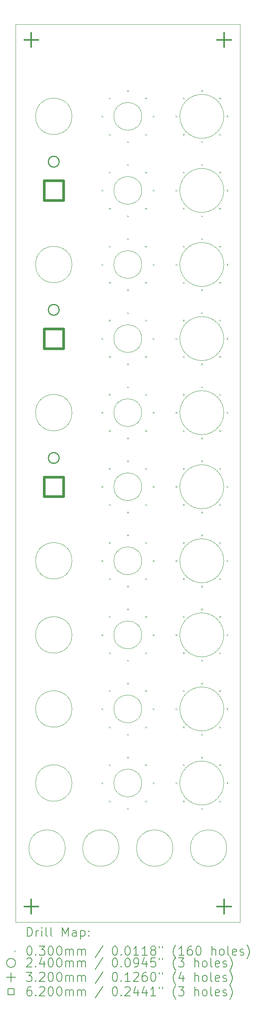
<source format=gbr>
%TF.GenerationSoftware,KiCad,Pcbnew,8.0.3*%
%TF.CreationDate,2024-06-29T00:19:13+02:00*%
%TF.ProjectId,DMH_Adapter_Mult_PANEL,444d485f-4164-4617-9074-65725f4d756c,1*%
%TF.SameCoordinates,Original*%
%TF.FileFunction,Drillmap*%
%TF.FilePolarity,Positive*%
%FSLAX45Y45*%
G04 Gerber Fmt 4.5, Leading zero omitted, Abs format (unit mm)*
G04 Created by KiCad (PCBNEW 8.0.3) date 2024-06-29 00:19:13*
%MOMM*%
%LPD*%
G01*
G04 APERTURE LIST*
%ADD10C,0.050000*%
%ADD11C,0.200000*%
%ADD12C,0.100000*%
%ADD13C,0.240000*%
%ADD14C,0.320000*%
%ADD15C,0.620000*%
G04 APERTURE END LIST*
D10*
X7800000Y-4850000D02*
X12800000Y-4850000D01*
X12800000Y-24850000D01*
X7800000Y-24850000D01*
X7800000Y-4850000D01*
X12440000Y-20100000D02*
G75*
G02*
X11460000Y-20100000I-490000J0D01*
G01*
X11460000Y-20100000D02*
G75*
G02*
X12440000Y-20100000I490000J0D01*
G01*
X9055000Y-18450000D02*
G75*
G02*
X8245000Y-18450000I-405000J0D01*
G01*
X8245000Y-18450000D02*
G75*
G02*
X9055000Y-18450000I405000J0D01*
G01*
X10610000Y-6900000D02*
G75*
G02*
X9990000Y-6900000I-310000J0D01*
G01*
X9990000Y-6900000D02*
G75*
G02*
X10610000Y-6900000I310000J0D01*
G01*
X8905000Y-23200000D02*
G75*
G02*
X8095000Y-23200000I-405000J0D01*
G01*
X8095000Y-23200000D02*
G75*
G02*
X8905000Y-23200000I405000J0D01*
G01*
X10105000Y-23200000D02*
G75*
G02*
X9295000Y-23200000I-405000J0D01*
G01*
X9295000Y-23200000D02*
G75*
G02*
X10105000Y-23200000I405000J0D01*
G01*
X10610000Y-11850000D02*
G75*
G02*
X9990000Y-11850000I-310000J0D01*
G01*
X9990000Y-11850000D02*
G75*
G02*
X10610000Y-11850000I310000J0D01*
G01*
X10610000Y-15150000D02*
G75*
G02*
X9990000Y-15150000I-310000J0D01*
G01*
X9990000Y-15150000D02*
G75*
G02*
X10610000Y-15150000I310000J0D01*
G01*
X10610000Y-18450000D02*
G75*
G02*
X9990000Y-18450000I-310000J0D01*
G01*
X9990000Y-18450000D02*
G75*
G02*
X10610000Y-18450000I310000J0D01*
G01*
X9055000Y-13500000D02*
G75*
G02*
X8245000Y-13500000I-405000J0D01*
G01*
X8245000Y-13500000D02*
G75*
G02*
X9055000Y-13500000I405000J0D01*
G01*
X12440000Y-13500000D02*
G75*
G02*
X11460000Y-13500000I-490000J0D01*
G01*
X11460000Y-13500000D02*
G75*
G02*
X12440000Y-13500000I490000J0D01*
G01*
X12505000Y-23200000D02*
G75*
G02*
X11695000Y-23200000I-405000J0D01*
G01*
X11695000Y-23200000D02*
G75*
G02*
X12505000Y-23200000I405000J0D01*
G01*
X12440000Y-6900000D02*
G75*
G02*
X11460000Y-6900000I-490000J0D01*
G01*
X11460000Y-6900000D02*
G75*
G02*
X12440000Y-6900000I490000J0D01*
G01*
X12440000Y-8550000D02*
G75*
G02*
X11460000Y-8550000I-490000J0D01*
G01*
X11460000Y-8550000D02*
G75*
G02*
X12440000Y-8550000I490000J0D01*
G01*
X12440000Y-10200000D02*
G75*
G02*
X11460000Y-10200000I-490000J0D01*
G01*
X11460000Y-10200000D02*
G75*
G02*
X12440000Y-10200000I490000J0D01*
G01*
X12440000Y-18450000D02*
G75*
G02*
X11460000Y-18450000I-490000J0D01*
G01*
X11460000Y-18450000D02*
G75*
G02*
X12440000Y-18450000I490000J0D01*
G01*
X10610000Y-13500000D02*
G75*
G02*
X9990000Y-13500000I-310000J0D01*
G01*
X9990000Y-13500000D02*
G75*
G02*
X10610000Y-13500000I310000J0D01*
G01*
X11305000Y-23200000D02*
G75*
G02*
X10495000Y-23200000I-405000J0D01*
G01*
X10495000Y-23200000D02*
G75*
G02*
X11305000Y-23200000I405000J0D01*
G01*
X12440000Y-16800000D02*
G75*
G02*
X11460000Y-16800000I-490000J0D01*
G01*
X11460000Y-16800000D02*
G75*
G02*
X12440000Y-16800000I490000J0D01*
G01*
X9055000Y-10200000D02*
G75*
G02*
X8245000Y-10200000I-405000J0D01*
G01*
X8245000Y-10200000D02*
G75*
G02*
X9055000Y-10200000I405000J0D01*
G01*
X9055000Y-20100000D02*
G75*
G02*
X8245000Y-20100000I-405000J0D01*
G01*
X8245000Y-20100000D02*
G75*
G02*
X9055000Y-20100000I405000J0D01*
G01*
X12440000Y-21750000D02*
G75*
G02*
X11460000Y-21750000I-490000J0D01*
G01*
X11460000Y-21750000D02*
G75*
G02*
X12440000Y-21750000I490000J0D01*
G01*
X9055000Y-6900000D02*
G75*
G02*
X8245000Y-6900000I-405000J0D01*
G01*
X8245000Y-6900000D02*
G75*
G02*
X9055000Y-6900000I405000J0D01*
G01*
X10610000Y-21750000D02*
G75*
G02*
X9990000Y-21750000I-310000J0D01*
G01*
X9990000Y-21750000D02*
G75*
G02*
X10610000Y-21750000I310000J0D01*
G01*
X10610000Y-20100000D02*
G75*
G02*
X9990000Y-20100000I-310000J0D01*
G01*
X9990000Y-20100000D02*
G75*
G02*
X10610000Y-20100000I310000J0D01*
G01*
X12440000Y-11850000D02*
G75*
G02*
X11460000Y-11850000I-490000J0D01*
G01*
X11460000Y-11850000D02*
G75*
G02*
X12440000Y-11850000I490000J0D01*
G01*
X12440000Y-15150000D02*
G75*
G02*
X11460000Y-15150000I-490000J0D01*
G01*
X11460000Y-15150000D02*
G75*
G02*
X12440000Y-15150000I490000J0D01*
G01*
X10610000Y-16800000D02*
G75*
G02*
X9990000Y-16800000I-310000J0D01*
G01*
X9990000Y-16800000D02*
G75*
G02*
X10610000Y-16800000I310000J0D01*
G01*
X9055000Y-16800000D02*
G75*
G02*
X8245000Y-16800000I-405000J0D01*
G01*
X8245000Y-16800000D02*
G75*
G02*
X9055000Y-16800000I405000J0D01*
G01*
X9055000Y-21750000D02*
G75*
G02*
X8245000Y-21750000I-405000J0D01*
G01*
X8245000Y-21750000D02*
G75*
G02*
X9055000Y-21750000I405000J0D01*
G01*
X10610000Y-8550000D02*
G75*
G02*
X9990000Y-8550000I-310000J0D01*
G01*
X9990000Y-8550000D02*
G75*
G02*
X10610000Y-8550000I310000J0D01*
G01*
X10610000Y-10200000D02*
G75*
G02*
X9990000Y-10200000I-310000J0D01*
G01*
X9990000Y-10200000D02*
G75*
G02*
X10610000Y-10200000I310000J0D01*
G01*
D11*
D12*
X9715000Y-6885000D02*
X9745000Y-6915000D01*
X9745000Y-6885000D02*
X9715000Y-6915000D01*
X9715000Y-8535000D02*
X9745000Y-8565000D01*
X9745000Y-8535000D02*
X9715000Y-8565000D01*
X9715000Y-10185000D02*
X9745000Y-10215000D01*
X9745000Y-10185000D02*
X9715000Y-10215000D01*
X9715000Y-11835000D02*
X9745000Y-11865000D01*
X9745000Y-11835000D02*
X9715000Y-11865000D01*
X9715000Y-13485000D02*
X9745000Y-13515000D01*
X9745000Y-13485000D02*
X9715000Y-13515000D01*
X9715000Y-15135000D02*
X9745000Y-15165000D01*
X9745000Y-15135000D02*
X9715000Y-15165000D01*
X9715000Y-16785000D02*
X9745000Y-16815000D01*
X9745000Y-16785000D02*
X9715000Y-16815000D01*
X9715000Y-18435000D02*
X9745000Y-18465000D01*
X9745000Y-18435000D02*
X9715000Y-18465000D01*
X9715000Y-20085000D02*
X9745000Y-20115000D01*
X9745000Y-20085000D02*
X9715000Y-20115000D01*
X9715000Y-21735000D02*
X9745000Y-21765000D01*
X9745000Y-21735000D02*
X9715000Y-21765000D01*
X9881000Y-6482000D02*
X9911000Y-6512000D01*
X9911000Y-6482000D02*
X9881000Y-6512000D01*
X9881000Y-8132000D02*
X9911000Y-8162000D01*
X9911000Y-8132000D02*
X9881000Y-8162000D01*
X9881000Y-9782000D02*
X9911000Y-9812000D01*
X9911000Y-9782000D02*
X9881000Y-9812000D01*
X9881000Y-11432000D02*
X9911000Y-11462000D01*
X9911000Y-11432000D02*
X9881000Y-11462000D01*
X9881000Y-13082000D02*
X9911000Y-13112000D01*
X9911000Y-13082000D02*
X9881000Y-13112000D01*
X9881000Y-14732000D02*
X9911000Y-14762000D01*
X9911000Y-14732000D02*
X9881000Y-14762000D01*
X9881000Y-16382000D02*
X9911000Y-16412000D01*
X9911000Y-16382000D02*
X9881000Y-16412000D01*
X9881000Y-18032000D02*
X9911000Y-18062000D01*
X9911000Y-18032000D02*
X9881000Y-18062000D01*
X9881000Y-19682000D02*
X9911000Y-19712000D01*
X9911000Y-19682000D02*
X9881000Y-19712000D01*
X9881000Y-21332000D02*
X9911000Y-21362000D01*
X9911000Y-21332000D02*
X9881000Y-21362000D01*
X9882000Y-7289000D02*
X9912000Y-7319000D01*
X9912000Y-7289000D02*
X9882000Y-7319000D01*
X9882000Y-8939000D02*
X9912000Y-8969000D01*
X9912000Y-8939000D02*
X9882000Y-8969000D01*
X9882000Y-10589000D02*
X9912000Y-10619000D01*
X9912000Y-10589000D02*
X9882000Y-10619000D01*
X9882000Y-12239000D02*
X9912000Y-12269000D01*
X9912000Y-12239000D02*
X9882000Y-12269000D01*
X9882000Y-13889000D02*
X9912000Y-13919000D01*
X9912000Y-13889000D02*
X9882000Y-13919000D01*
X9882000Y-15539000D02*
X9912000Y-15569000D01*
X9912000Y-15539000D02*
X9882000Y-15569000D01*
X9882000Y-17189000D02*
X9912000Y-17219000D01*
X9912000Y-17189000D02*
X9882000Y-17219000D01*
X9882000Y-18839000D02*
X9912000Y-18869000D01*
X9912000Y-18839000D02*
X9882000Y-18869000D01*
X9882000Y-20489000D02*
X9912000Y-20519000D01*
X9912000Y-20489000D02*
X9882000Y-20519000D01*
X9882000Y-22139000D02*
X9912000Y-22169000D01*
X9912000Y-22139000D02*
X9882000Y-22169000D01*
X10285000Y-6315000D02*
X10315000Y-6345000D01*
X10315000Y-6315000D02*
X10285000Y-6345000D01*
X10285000Y-7455000D02*
X10315000Y-7485000D01*
X10315000Y-7455000D02*
X10285000Y-7485000D01*
X10285000Y-7965000D02*
X10315000Y-7995000D01*
X10315000Y-7965000D02*
X10285000Y-7995000D01*
X10285000Y-9105000D02*
X10315000Y-9135000D01*
X10315000Y-9105000D02*
X10285000Y-9135000D01*
X10285000Y-9615000D02*
X10315000Y-9645000D01*
X10315000Y-9615000D02*
X10285000Y-9645000D01*
X10285000Y-10755000D02*
X10315000Y-10785000D01*
X10315000Y-10755000D02*
X10285000Y-10785000D01*
X10285000Y-11265000D02*
X10315000Y-11295000D01*
X10315000Y-11265000D02*
X10285000Y-11295000D01*
X10285000Y-12405000D02*
X10315000Y-12435000D01*
X10315000Y-12405000D02*
X10285000Y-12435000D01*
X10285000Y-12915000D02*
X10315000Y-12945000D01*
X10315000Y-12915000D02*
X10285000Y-12945000D01*
X10285000Y-14055000D02*
X10315000Y-14085000D01*
X10315000Y-14055000D02*
X10285000Y-14085000D01*
X10285000Y-14565000D02*
X10315000Y-14595000D01*
X10315000Y-14565000D02*
X10285000Y-14595000D01*
X10285000Y-15705000D02*
X10315000Y-15735000D01*
X10315000Y-15705000D02*
X10285000Y-15735000D01*
X10285000Y-16215000D02*
X10315000Y-16245000D01*
X10315000Y-16215000D02*
X10285000Y-16245000D01*
X10285000Y-17355000D02*
X10315000Y-17385000D01*
X10315000Y-17355000D02*
X10285000Y-17385000D01*
X10285000Y-17865000D02*
X10315000Y-17895000D01*
X10315000Y-17865000D02*
X10285000Y-17895000D01*
X10285000Y-19005000D02*
X10315000Y-19035000D01*
X10315000Y-19005000D02*
X10285000Y-19035000D01*
X10285000Y-19515000D02*
X10315000Y-19545000D01*
X10315000Y-19515000D02*
X10285000Y-19545000D01*
X10285000Y-20655000D02*
X10315000Y-20685000D01*
X10315000Y-20655000D02*
X10285000Y-20685000D01*
X10285000Y-21165000D02*
X10315000Y-21195000D01*
X10315000Y-21165000D02*
X10285000Y-21195000D01*
X10285000Y-22305000D02*
X10315000Y-22335000D01*
X10315000Y-22305000D02*
X10285000Y-22335000D01*
X10688000Y-7289000D02*
X10718000Y-7319000D01*
X10718000Y-7289000D02*
X10688000Y-7319000D01*
X10688000Y-8939000D02*
X10718000Y-8969000D01*
X10718000Y-8939000D02*
X10688000Y-8969000D01*
X10688000Y-10589000D02*
X10718000Y-10619000D01*
X10718000Y-10589000D02*
X10688000Y-10619000D01*
X10688000Y-12239000D02*
X10718000Y-12269000D01*
X10718000Y-12239000D02*
X10688000Y-12269000D01*
X10688000Y-13889000D02*
X10718000Y-13919000D01*
X10718000Y-13889000D02*
X10688000Y-13919000D01*
X10688000Y-15539000D02*
X10718000Y-15569000D01*
X10718000Y-15539000D02*
X10688000Y-15569000D01*
X10688000Y-17189000D02*
X10718000Y-17219000D01*
X10718000Y-17189000D02*
X10688000Y-17219000D01*
X10688000Y-18839000D02*
X10718000Y-18869000D01*
X10718000Y-18839000D02*
X10688000Y-18869000D01*
X10688000Y-20489000D02*
X10718000Y-20519000D01*
X10718000Y-20489000D02*
X10688000Y-20519000D01*
X10688000Y-22139000D02*
X10718000Y-22169000D01*
X10718000Y-22139000D02*
X10688000Y-22169000D01*
X10689000Y-6482000D02*
X10719000Y-6512000D01*
X10719000Y-6482000D02*
X10689000Y-6512000D01*
X10689000Y-8132000D02*
X10719000Y-8162000D01*
X10719000Y-8132000D02*
X10689000Y-8162000D01*
X10689000Y-9782000D02*
X10719000Y-9812000D01*
X10719000Y-9782000D02*
X10689000Y-9812000D01*
X10689000Y-11432000D02*
X10719000Y-11462000D01*
X10719000Y-11432000D02*
X10689000Y-11462000D01*
X10689000Y-13082000D02*
X10719000Y-13112000D01*
X10719000Y-13082000D02*
X10689000Y-13112000D01*
X10689000Y-14732000D02*
X10719000Y-14762000D01*
X10719000Y-14732000D02*
X10689000Y-14762000D01*
X10689000Y-16382000D02*
X10719000Y-16412000D01*
X10719000Y-16382000D02*
X10689000Y-16412000D01*
X10689000Y-18032000D02*
X10719000Y-18062000D01*
X10719000Y-18032000D02*
X10689000Y-18062000D01*
X10689000Y-19682000D02*
X10719000Y-19712000D01*
X10719000Y-19682000D02*
X10689000Y-19712000D01*
X10689000Y-21332000D02*
X10719000Y-21362000D01*
X10719000Y-21332000D02*
X10689000Y-21362000D01*
X10855000Y-6885000D02*
X10885000Y-6915000D01*
X10885000Y-6885000D02*
X10855000Y-6915000D01*
X10855000Y-8535000D02*
X10885000Y-8565000D01*
X10885000Y-8535000D02*
X10855000Y-8565000D01*
X10855000Y-10185000D02*
X10885000Y-10215000D01*
X10885000Y-10185000D02*
X10855000Y-10215000D01*
X10855000Y-11835000D02*
X10885000Y-11865000D01*
X10885000Y-11835000D02*
X10855000Y-11865000D01*
X10855000Y-13485000D02*
X10885000Y-13515000D01*
X10885000Y-13485000D02*
X10855000Y-13515000D01*
X10855000Y-15135000D02*
X10885000Y-15165000D01*
X10885000Y-15135000D02*
X10855000Y-15165000D01*
X10855000Y-16785000D02*
X10885000Y-16815000D01*
X10885000Y-16785000D02*
X10855000Y-16815000D01*
X10855000Y-18435000D02*
X10885000Y-18465000D01*
X10885000Y-18435000D02*
X10855000Y-18465000D01*
X10855000Y-20085000D02*
X10885000Y-20115000D01*
X10885000Y-20085000D02*
X10855000Y-20115000D01*
X10855000Y-21735000D02*
X10885000Y-21765000D01*
X10885000Y-21735000D02*
X10855000Y-21765000D01*
X11365000Y-6885000D02*
X11395000Y-6915000D01*
X11395000Y-6885000D02*
X11365000Y-6915000D01*
X11365000Y-8535000D02*
X11395000Y-8565000D01*
X11395000Y-8535000D02*
X11365000Y-8565000D01*
X11365000Y-10185000D02*
X11395000Y-10215000D01*
X11395000Y-10185000D02*
X11365000Y-10215000D01*
X11365000Y-11835000D02*
X11395000Y-11865000D01*
X11395000Y-11835000D02*
X11365000Y-11865000D01*
X11365000Y-13485000D02*
X11395000Y-13515000D01*
X11395000Y-13485000D02*
X11365000Y-13515000D01*
X11365000Y-15135000D02*
X11395000Y-15165000D01*
X11395000Y-15135000D02*
X11365000Y-15165000D01*
X11365000Y-16785000D02*
X11395000Y-16815000D01*
X11395000Y-16785000D02*
X11365000Y-16815000D01*
X11365000Y-18435000D02*
X11395000Y-18465000D01*
X11395000Y-18435000D02*
X11365000Y-18465000D01*
X11365000Y-20085000D02*
X11395000Y-20115000D01*
X11395000Y-20085000D02*
X11365000Y-20115000D01*
X11365000Y-21735000D02*
X11395000Y-21765000D01*
X11395000Y-21735000D02*
X11365000Y-21765000D01*
X11531000Y-6482000D02*
X11561000Y-6512000D01*
X11561000Y-6482000D02*
X11531000Y-6512000D01*
X11531000Y-8132000D02*
X11561000Y-8162000D01*
X11561000Y-8132000D02*
X11531000Y-8162000D01*
X11531000Y-9782000D02*
X11561000Y-9812000D01*
X11561000Y-9782000D02*
X11531000Y-9812000D01*
X11531000Y-11432000D02*
X11561000Y-11462000D01*
X11561000Y-11432000D02*
X11531000Y-11462000D01*
X11531000Y-13082000D02*
X11561000Y-13112000D01*
X11561000Y-13082000D02*
X11531000Y-13112000D01*
X11531000Y-14732000D02*
X11561000Y-14762000D01*
X11561000Y-14732000D02*
X11531000Y-14762000D01*
X11531000Y-16382000D02*
X11561000Y-16412000D01*
X11561000Y-16382000D02*
X11531000Y-16412000D01*
X11531000Y-18032000D02*
X11561000Y-18062000D01*
X11561000Y-18032000D02*
X11531000Y-18062000D01*
X11531000Y-19682000D02*
X11561000Y-19712000D01*
X11561000Y-19682000D02*
X11531000Y-19712000D01*
X11531000Y-21332000D02*
X11561000Y-21362000D01*
X11561000Y-21332000D02*
X11531000Y-21362000D01*
X11532000Y-7289000D02*
X11562000Y-7319000D01*
X11562000Y-7289000D02*
X11532000Y-7319000D01*
X11532000Y-8939000D02*
X11562000Y-8969000D01*
X11562000Y-8939000D02*
X11532000Y-8969000D01*
X11532000Y-10589000D02*
X11562000Y-10619000D01*
X11562000Y-10589000D02*
X11532000Y-10619000D01*
X11532000Y-12239000D02*
X11562000Y-12269000D01*
X11562000Y-12239000D02*
X11532000Y-12269000D01*
X11532000Y-13889000D02*
X11562000Y-13919000D01*
X11562000Y-13889000D02*
X11532000Y-13919000D01*
X11532000Y-15539000D02*
X11562000Y-15569000D01*
X11562000Y-15539000D02*
X11532000Y-15569000D01*
X11532000Y-17189000D02*
X11562000Y-17219000D01*
X11562000Y-17189000D02*
X11532000Y-17219000D01*
X11532000Y-18839000D02*
X11562000Y-18869000D01*
X11562000Y-18839000D02*
X11532000Y-18869000D01*
X11532000Y-20489000D02*
X11562000Y-20519000D01*
X11562000Y-20489000D02*
X11532000Y-20519000D01*
X11532000Y-22139000D02*
X11562000Y-22169000D01*
X11562000Y-22139000D02*
X11532000Y-22169000D01*
X11935000Y-6315000D02*
X11965000Y-6345000D01*
X11965000Y-6315000D02*
X11935000Y-6345000D01*
X11935000Y-7455000D02*
X11965000Y-7485000D01*
X11965000Y-7455000D02*
X11935000Y-7485000D01*
X11935000Y-7965000D02*
X11965000Y-7995000D01*
X11965000Y-7965000D02*
X11935000Y-7995000D01*
X11935000Y-9105000D02*
X11965000Y-9135000D01*
X11965000Y-9105000D02*
X11935000Y-9135000D01*
X11935000Y-9615000D02*
X11965000Y-9645000D01*
X11965000Y-9615000D02*
X11935000Y-9645000D01*
X11935000Y-10755000D02*
X11965000Y-10785000D01*
X11965000Y-10755000D02*
X11935000Y-10785000D01*
X11935000Y-11265000D02*
X11965000Y-11295000D01*
X11965000Y-11265000D02*
X11935000Y-11295000D01*
X11935000Y-12405000D02*
X11965000Y-12435000D01*
X11965000Y-12405000D02*
X11935000Y-12435000D01*
X11935000Y-12915000D02*
X11965000Y-12945000D01*
X11965000Y-12915000D02*
X11935000Y-12945000D01*
X11935000Y-14055000D02*
X11965000Y-14085000D01*
X11965000Y-14055000D02*
X11935000Y-14085000D01*
X11935000Y-14565000D02*
X11965000Y-14595000D01*
X11965000Y-14565000D02*
X11935000Y-14595000D01*
X11935000Y-15705000D02*
X11965000Y-15735000D01*
X11965000Y-15705000D02*
X11935000Y-15735000D01*
X11935000Y-16215000D02*
X11965000Y-16245000D01*
X11965000Y-16215000D02*
X11935000Y-16245000D01*
X11935000Y-17355000D02*
X11965000Y-17385000D01*
X11965000Y-17355000D02*
X11935000Y-17385000D01*
X11935000Y-17865000D02*
X11965000Y-17895000D01*
X11965000Y-17865000D02*
X11935000Y-17895000D01*
X11935000Y-19005000D02*
X11965000Y-19035000D01*
X11965000Y-19005000D02*
X11935000Y-19035000D01*
X11935000Y-19515000D02*
X11965000Y-19545000D01*
X11965000Y-19515000D02*
X11935000Y-19545000D01*
X11935000Y-20655000D02*
X11965000Y-20685000D01*
X11965000Y-20655000D02*
X11935000Y-20685000D01*
X11935000Y-21165000D02*
X11965000Y-21195000D01*
X11965000Y-21165000D02*
X11935000Y-21195000D01*
X11935000Y-22305000D02*
X11965000Y-22335000D01*
X11965000Y-22305000D02*
X11935000Y-22335000D01*
X12338000Y-7289000D02*
X12368000Y-7319000D01*
X12368000Y-7289000D02*
X12338000Y-7319000D01*
X12338000Y-8939000D02*
X12368000Y-8969000D01*
X12368000Y-8939000D02*
X12338000Y-8969000D01*
X12338000Y-10589000D02*
X12368000Y-10619000D01*
X12368000Y-10589000D02*
X12338000Y-10619000D01*
X12338000Y-12239000D02*
X12368000Y-12269000D01*
X12368000Y-12239000D02*
X12338000Y-12269000D01*
X12338000Y-13889000D02*
X12368000Y-13919000D01*
X12368000Y-13889000D02*
X12338000Y-13919000D01*
X12338000Y-15539000D02*
X12368000Y-15569000D01*
X12368000Y-15539000D02*
X12338000Y-15569000D01*
X12338000Y-17189000D02*
X12368000Y-17219000D01*
X12368000Y-17189000D02*
X12338000Y-17219000D01*
X12338000Y-18839000D02*
X12368000Y-18869000D01*
X12368000Y-18839000D02*
X12338000Y-18869000D01*
X12338000Y-20489000D02*
X12368000Y-20519000D01*
X12368000Y-20489000D02*
X12338000Y-20519000D01*
X12338000Y-22139000D02*
X12368000Y-22169000D01*
X12368000Y-22139000D02*
X12338000Y-22169000D01*
X12339000Y-6482000D02*
X12369000Y-6512000D01*
X12369000Y-6482000D02*
X12339000Y-6512000D01*
X12339000Y-8132000D02*
X12369000Y-8162000D01*
X12369000Y-8132000D02*
X12339000Y-8162000D01*
X12339000Y-9782000D02*
X12369000Y-9812000D01*
X12369000Y-9782000D02*
X12339000Y-9812000D01*
X12339000Y-11432000D02*
X12369000Y-11462000D01*
X12369000Y-11432000D02*
X12339000Y-11462000D01*
X12339000Y-13082000D02*
X12369000Y-13112000D01*
X12369000Y-13082000D02*
X12339000Y-13112000D01*
X12339000Y-14732000D02*
X12369000Y-14762000D01*
X12369000Y-14732000D02*
X12339000Y-14762000D01*
X12339000Y-16382000D02*
X12369000Y-16412000D01*
X12369000Y-16382000D02*
X12339000Y-16412000D01*
X12339000Y-18032000D02*
X12369000Y-18062000D01*
X12369000Y-18032000D02*
X12339000Y-18062000D01*
X12339000Y-19682000D02*
X12369000Y-19712000D01*
X12369000Y-19682000D02*
X12339000Y-19712000D01*
X12339000Y-21332000D02*
X12369000Y-21362000D01*
X12369000Y-21332000D02*
X12339000Y-21362000D01*
X12505000Y-6885000D02*
X12535000Y-6915000D01*
X12535000Y-6885000D02*
X12505000Y-6915000D01*
X12505000Y-8535000D02*
X12535000Y-8565000D01*
X12535000Y-8535000D02*
X12505000Y-8565000D01*
X12505000Y-10185000D02*
X12535000Y-10215000D01*
X12535000Y-10185000D02*
X12505000Y-10215000D01*
X12505000Y-11835000D02*
X12535000Y-11865000D01*
X12535000Y-11835000D02*
X12505000Y-11865000D01*
X12505000Y-13485000D02*
X12535000Y-13515000D01*
X12535000Y-13485000D02*
X12505000Y-13515000D01*
X12505000Y-15135000D02*
X12535000Y-15165000D01*
X12535000Y-15135000D02*
X12505000Y-15165000D01*
X12505000Y-16785000D02*
X12535000Y-16815000D01*
X12535000Y-16785000D02*
X12505000Y-16815000D01*
X12505000Y-18435000D02*
X12535000Y-18465000D01*
X12535000Y-18435000D02*
X12505000Y-18465000D01*
X12505000Y-20085000D02*
X12535000Y-20115000D01*
X12535000Y-20085000D02*
X12505000Y-20115000D01*
X12505000Y-21735000D02*
X12535000Y-21765000D01*
X12535000Y-21735000D02*
X12505000Y-21765000D01*
D13*
X8770000Y-7910000D02*
G75*
G02*
X8530000Y-7910000I-120000J0D01*
G01*
X8530000Y-7910000D02*
G75*
G02*
X8770000Y-7910000I120000J0D01*
G01*
X8770000Y-11210000D02*
G75*
G02*
X8530000Y-11210000I-120000J0D01*
G01*
X8530000Y-11210000D02*
G75*
G02*
X8770000Y-11210000I120000J0D01*
G01*
X8770000Y-14510000D02*
G75*
G02*
X8530000Y-14510000I-120000J0D01*
G01*
X8530000Y-14510000D02*
G75*
G02*
X8770000Y-14510000I120000J0D01*
G01*
D14*
X8150000Y-5040000D02*
X8150000Y-5360000D01*
X7990000Y-5200000D02*
X8310000Y-5200000D01*
X8150000Y-24340000D02*
X8150000Y-24660000D01*
X7990000Y-24500000D02*
X8310000Y-24500000D01*
X12450000Y-5040000D02*
X12450000Y-5360000D01*
X12290000Y-5200000D02*
X12610000Y-5200000D01*
X12450000Y-24340000D02*
X12450000Y-24660000D01*
X12290000Y-24500000D02*
X12610000Y-24500000D01*
D15*
X8869205Y-8769205D02*
X8869205Y-8330795D01*
X8430795Y-8330795D01*
X8430795Y-8769205D01*
X8869205Y-8769205D01*
X8869205Y-12069205D02*
X8869205Y-11630795D01*
X8430795Y-11630795D01*
X8430795Y-12069205D01*
X8869205Y-12069205D01*
X8869205Y-15369205D02*
X8869205Y-14930795D01*
X8430795Y-14930795D01*
X8430795Y-15369205D01*
X8869205Y-15369205D01*
D11*
X8058277Y-25163984D02*
X8058277Y-24963984D01*
X8058277Y-24963984D02*
X8105896Y-24963984D01*
X8105896Y-24963984D02*
X8134467Y-24973508D01*
X8134467Y-24973508D02*
X8153515Y-24992555D01*
X8153515Y-24992555D02*
X8163039Y-25011603D01*
X8163039Y-25011603D02*
X8172562Y-25049698D01*
X8172562Y-25049698D02*
X8172562Y-25078269D01*
X8172562Y-25078269D02*
X8163039Y-25116365D01*
X8163039Y-25116365D02*
X8153515Y-25135412D01*
X8153515Y-25135412D02*
X8134467Y-25154460D01*
X8134467Y-25154460D02*
X8105896Y-25163984D01*
X8105896Y-25163984D02*
X8058277Y-25163984D01*
X8258277Y-25163984D02*
X8258277Y-25030650D01*
X8258277Y-25068746D02*
X8267801Y-25049698D01*
X8267801Y-25049698D02*
X8277324Y-25040174D01*
X8277324Y-25040174D02*
X8296372Y-25030650D01*
X8296372Y-25030650D02*
X8315420Y-25030650D01*
X8382086Y-25163984D02*
X8382086Y-25030650D01*
X8382086Y-24963984D02*
X8372562Y-24973508D01*
X8372562Y-24973508D02*
X8382086Y-24983031D01*
X8382086Y-24983031D02*
X8391610Y-24973508D01*
X8391610Y-24973508D02*
X8382086Y-24963984D01*
X8382086Y-24963984D02*
X8382086Y-24983031D01*
X8505896Y-25163984D02*
X8486848Y-25154460D01*
X8486848Y-25154460D02*
X8477324Y-25135412D01*
X8477324Y-25135412D02*
X8477324Y-24963984D01*
X8610658Y-25163984D02*
X8591610Y-25154460D01*
X8591610Y-25154460D02*
X8582086Y-25135412D01*
X8582086Y-25135412D02*
X8582086Y-24963984D01*
X8839229Y-25163984D02*
X8839229Y-24963984D01*
X8839229Y-24963984D02*
X8905896Y-25106841D01*
X8905896Y-25106841D02*
X8972563Y-24963984D01*
X8972563Y-24963984D02*
X8972563Y-25163984D01*
X9153515Y-25163984D02*
X9153515Y-25059222D01*
X9153515Y-25059222D02*
X9143991Y-25040174D01*
X9143991Y-25040174D02*
X9124944Y-25030650D01*
X9124944Y-25030650D02*
X9086848Y-25030650D01*
X9086848Y-25030650D02*
X9067801Y-25040174D01*
X9153515Y-25154460D02*
X9134467Y-25163984D01*
X9134467Y-25163984D02*
X9086848Y-25163984D01*
X9086848Y-25163984D02*
X9067801Y-25154460D01*
X9067801Y-25154460D02*
X9058277Y-25135412D01*
X9058277Y-25135412D02*
X9058277Y-25116365D01*
X9058277Y-25116365D02*
X9067801Y-25097317D01*
X9067801Y-25097317D02*
X9086848Y-25087793D01*
X9086848Y-25087793D02*
X9134467Y-25087793D01*
X9134467Y-25087793D02*
X9153515Y-25078269D01*
X9248753Y-25030650D02*
X9248753Y-25230650D01*
X9248753Y-25040174D02*
X9267801Y-25030650D01*
X9267801Y-25030650D02*
X9305896Y-25030650D01*
X9305896Y-25030650D02*
X9324944Y-25040174D01*
X9324944Y-25040174D02*
X9334467Y-25049698D01*
X9334467Y-25049698D02*
X9343991Y-25068746D01*
X9343991Y-25068746D02*
X9343991Y-25125888D01*
X9343991Y-25125888D02*
X9334467Y-25144936D01*
X9334467Y-25144936D02*
X9324944Y-25154460D01*
X9324944Y-25154460D02*
X9305896Y-25163984D01*
X9305896Y-25163984D02*
X9267801Y-25163984D01*
X9267801Y-25163984D02*
X9248753Y-25154460D01*
X9429705Y-25144936D02*
X9439229Y-25154460D01*
X9439229Y-25154460D02*
X9429705Y-25163984D01*
X9429705Y-25163984D02*
X9420182Y-25154460D01*
X9420182Y-25154460D02*
X9429705Y-25144936D01*
X9429705Y-25144936D02*
X9429705Y-25163984D01*
X9429705Y-25040174D02*
X9439229Y-25049698D01*
X9439229Y-25049698D02*
X9429705Y-25059222D01*
X9429705Y-25059222D02*
X9420182Y-25049698D01*
X9420182Y-25049698D02*
X9429705Y-25040174D01*
X9429705Y-25040174D02*
X9429705Y-25059222D01*
D12*
X7767500Y-25477500D02*
X7797500Y-25507500D01*
X7797500Y-25477500D02*
X7767500Y-25507500D01*
D11*
X8096372Y-25383984D02*
X8115420Y-25383984D01*
X8115420Y-25383984D02*
X8134467Y-25393508D01*
X8134467Y-25393508D02*
X8143991Y-25403031D01*
X8143991Y-25403031D02*
X8153515Y-25422079D01*
X8153515Y-25422079D02*
X8163039Y-25460174D01*
X8163039Y-25460174D02*
X8163039Y-25507793D01*
X8163039Y-25507793D02*
X8153515Y-25545888D01*
X8153515Y-25545888D02*
X8143991Y-25564936D01*
X8143991Y-25564936D02*
X8134467Y-25574460D01*
X8134467Y-25574460D02*
X8115420Y-25583984D01*
X8115420Y-25583984D02*
X8096372Y-25583984D01*
X8096372Y-25583984D02*
X8077324Y-25574460D01*
X8077324Y-25574460D02*
X8067801Y-25564936D01*
X8067801Y-25564936D02*
X8058277Y-25545888D01*
X8058277Y-25545888D02*
X8048753Y-25507793D01*
X8048753Y-25507793D02*
X8048753Y-25460174D01*
X8048753Y-25460174D02*
X8058277Y-25422079D01*
X8058277Y-25422079D02*
X8067801Y-25403031D01*
X8067801Y-25403031D02*
X8077324Y-25393508D01*
X8077324Y-25393508D02*
X8096372Y-25383984D01*
X8248753Y-25564936D02*
X8258277Y-25574460D01*
X8258277Y-25574460D02*
X8248753Y-25583984D01*
X8248753Y-25583984D02*
X8239229Y-25574460D01*
X8239229Y-25574460D02*
X8248753Y-25564936D01*
X8248753Y-25564936D02*
X8248753Y-25583984D01*
X8324943Y-25383984D02*
X8448753Y-25383984D01*
X8448753Y-25383984D02*
X8382086Y-25460174D01*
X8382086Y-25460174D02*
X8410658Y-25460174D01*
X8410658Y-25460174D02*
X8429705Y-25469698D01*
X8429705Y-25469698D02*
X8439229Y-25479222D01*
X8439229Y-25479222D02*
X8448753Y-25498269D01*
X8448753Y-25498269D02*
X8448753Y-25545888D01*
X8448753Y-25545888D02*
X8439229Y-25564936D01*
X8439229Y-25564936D02*
X8429705Y-25574460D01*
X8429705Y-25574460D02*
X8410658Y-25583984D01*
X8410658Y-25583984D02*
X8353515Y-25583984D01*
X8353515Y-25583984D02*
X8334467Y-25574460D01*
X8334467Y-25574460D02*
X8324943Y-25564936D01*
X8572563Y-25383984D02*
X8591610Y-25383984D01*
X8591610Y-25383984D02*
X8610658Y-25393508D01*
X8610658Y-25393508D02*
X8620182Y-25403031D01*
X8620182Y-25403031D02*
X8629705Y-25422079D01*
X8629705Y-25422079D02*
X8639229Y-25460174D01*
X8639229Y-25460174D02*
X8639229Y-25507793D01*
X8639229Y-25507793D02*
X8629705Y-25545888D01*
X8629705Y-25545888D02*
X8620182Y-25564936D01*
X8620182Y-25564936D02*
X8610658Y-25574460D01*
X8610658Y-25574460D02*
X8591610Y-25583984D01*
X8591610Y-25583984D02*
X8572563Y-25583984D01*
X8572563Y-25583984D02*
X8553515Y-25574460D01*
X8553515Y-25574460D02*
X8543991Y-25564936D01*
X8543991Y-25564936D02*
X8534467Y-25545888D01*
X8534467Y-25545888D02*
X8524944Y-25507793D01*
X8524944Y-25507793D02*
X8524944Y-25460174D01*
X8524944Y-25460174D02*
X8534467Y-25422079D01*
X8534467Y-25422079D02*
X8543991Y-25403031D01*
X8543991Y-25403031D02*
X8553515Y-25393508D01*
X8553515Y-25393508D02*
X8572563Y-25383984D01*
X8763039Y-25383984D02*
X8782086Y-25383984D01*
X8782086Y-25383984D02*
X8801134Y-25393508D01*
X8801134Y-25393508D02*
X8810658Y-25403031D01*
X8810658Y-25403031D02*
X8820182Y-25422079D01*
X8820182Y-25422079D02*
X8829705Y-25460174D01*
X8829705Y-25460174D02*
X8829705Y-25507793D01*
X8829705Y-25507793D02*
X8820182Y-25545888D01*
X8820182Y-25545888D02*
X8810658Y-25564936D01*
X8810658Y-25564936D02*
X8801134Y-25574460D01*
X8801134Y-25574460D02*
X8782086Y-25583984D01*
X8782086Y-25583984D02*
X8763039Y-25583984D01*
X8763039Y-25583984D02*
X8743991Y-25574460D01*
X8743991Y-25574460D02*
X8734467Y-25564936D01*
X8734467Y-25564936D02*
X8724944Y-25545888D01*
X8724944Y-25545888D02*
X8715420Y-25507793D01*
X8715420Y-25507793D02*
X8715420Y-25460174D01*
X8715420Y-25460174D02*
X8724944Y-25422079D01*
X8724944Y-25422079D02*
X8734467Y-25403031D01*
X8734467Y-25403031D02*
X8743991Y-25393508D01*
X8743991Y-25393508D02*
X8763039Y-25383984D01*
X8915420Y-25583984D02*
X8915420Y-25450650D01*
X8915420Y-25469698D02*
X8924944Y-25460174D01*
X8924944Y-25460174D02*
X8943991Y-25450650D01*
X8943991Y-25450650D02*
X8972563Y-25450650D01*
X8972563Y-25450650D02*
X8991610Y-25460174D01*
X8991610Y-25460174D02*
X9001134Y-25479222D01*
X9001134Y-25479222D02*
X9001134Y-25583984D01*
X9001134Y-25479222D02*
X9010658Y-25460174D01*
X9010658Y-25460174D02*
X9029705Y-25450650D01*
X9029705Y-25450650D02*
X9058277Y-25450650D01*
X9058277Y-25450650D02*
X9077325Y-25460174D01*
X9077325Y-25460174D02*
X9086848Y-25479222D01*
X9086848Y-25479222D02*
X9086848Y-25583984D01*
X9182086Y-25583984D02*
X9182086Y-25450650D01*
X9182086Y-25469698D02*
X9191610Y-25460174D01*
X9191610Y-25460174D02*
X9210658Y-25450650D01*
X9210658Y-25450650D02*
X9239229Y-25450650D01*
X9239229Y-25450650D02*
X9258277Y-25460174D01*
X9258277Y-25460174D02*
X9267801Y-25479222D01*
X9267801Y-25479222D02*
X9267801Y-25583984D01*
X9267801Y-25479222D02*
X9277325Y-25460174D01*
X9277325Y-25460174D02*
X9296372Y-25450650D01*
X9296372Y-25450650D02*
X9324944Y-25450650D01*
X9324944Y-25450650D02*
X9343991Y-25460174D01*
X9343991Y-25460174D02*
X9353515Y-25479222D01*
X9353515Y-25479222D02*
X9353515Y-25583984D01*
X9743991Y-25374460D02*
X9572563Y-25631603D01*
X10001134Y-25383984D02*
X10020182Y-25383984D01*
X10020182Y-25383984D02*
X10039229Y-25393508D01*
X10039229Y-25393508D02*
X10048753Y-25403031D01*
X10048753Y-25403031D02*
X10058277Y-25422079D01*
X10058277Y-25422079D02*
X10067801Y-25460174D01*
X10067801Y-25460174D02*
X10067801Y-25507793D01*
X10067801Y-25507793D02*
X10058277Y-25545888D01*
X10058277Y-25545888D02*
X10048753Y-25564936D01*
X10048753Y-25564936D02*
X10039229Y-25574460D01*
X10039229Y-25574460D02*
X10020182Y-25583984D01*
X10020182Y-25583984D02*
X10001134Y-25583984D01*
X10001134Y-25583984D02*
X9982087Y-25574460D01*
X9982087Y-25574460D02*
X9972563Y-25564936D01*
X9972563Y-25564936D02*
X9963039Y-25545888D01*
X9963039Y-25545888D02*
X9953515Y-25507793D01*
X9953515Y-25507793D02*
X9953515Y-25460174D01*
X9953515Y-25460174D02*
X9963039Y-25422079D01*
X9963039Y-25422079D02*
X9972563Y-25403031D01*
X9972563Y-25403031D02*
X9982087Y-25393508D01*
X9982087Y-25393508D02*
X10001134Y-25383984D01*
X10153515Y-25564936D02*
X10163039Y-25574460D01*
X10163039Y-25574460D02*
X10153515Y-25583984D01*
X10153515Y-25583984D02*
X10143991Y-25574460D01*
X10143991Y-25574460D02*
X10153515Y-25564936D01*
X10153515Y-25564936D02*
X10153515Y-25583984D01*
X10286848Y-25383984D02*
X10305896Y-25383984D01*
X10305896Y-25383984D02*
X10324944Y-25393508D01*
X10324944Y-25393508D02*
X10334468Y-25403031D01*
X10334468Y-25403031D02*
X10343991Y-25422079D01*
X10343991Y-25422079D02*
X10353515Y-25460174D01*
X10353515Y-25460174D02*
X10353515Y-25507793D01*
X10353515Y-25507793D02*
X10343991Y-25545888D01*
X10343991Y-25545888D02*
X10334468Y-25564936D01*
X10334468Y-25564936D02*
X10324944Y-25574460D01*
X10324944Y-25574460D02*
X10305896Y-25583984D01*
X10305896Y-25583984D02*
X10286848Y-25583984D01*
X10286848Y-25583984D02*
X10267801Y-25574460D01*
X10267801Y-25574460D02*
X10258277Y-25564936D01*
X10258277Y-25564936D02*
X10248753Y-25545888D01*
X10248753Y-25545888D02*
X10239229Y-25507793D01*
X10239229Y-25507793D02*
X10239229Y-25460174D01*
X10239229Y-25460174D02*
X10248753Y-25422079D01*
X10248753Y-25422079D02*
X10258277Y-25403031D01*
X10258277Y-25403031D02*
X10267801Y-25393508D01*
X10267801Y-25393508D02*
X10286848Y-25383984D01*
X10543991Y-25583984D02*
X10429706Y-25583984D01*
X10486848Y-25583984D02*
X10486848Y-25383984D01*
X10486848Y-25383984D02*
X10467801Y-25412555D01*
X10467801Y-25412555D02*
X10448753Y-25431603D01*
X10448753Y-25431603D02*
X10429706Y-25441127D01*
X10734468Y-25583984D02*
X10620182Y-25583984D01*
X10677325Y-25583984D02*
X10677325Y-25383984D01*
X10677325Y-25383984D02*
X10658277Y-25412555D01*
X10658277Y-25412555D02*
X10639229Y-25431603D01*
X10639229Y-25431603D02*
X10620182Y-25441127D01*
X10848753Y-25469698D02*
X10829706Y-25460174D01*
X10829706Y-25460174D02*
X10820182Y-25450650D01*
X10820182Y-25450650D02*
X10810658Y-25431603D01*
X10810658Y-25431603D02*
X10810658Y-25422079D01*
X10810658Y-25422079D02*
X10820182Y-25403031D01*
X10820182Y-25403031D02*
X10829706Y-25393508D01*
X10829706Y-25393508D02*
X10848753Y-25383984D01*
X10848753Y-25383984D02*
X10886849Y-25383984D01*
X10886849Y-25383984D02*
X10905896Y-25393508D01*
X10905896Y-25393508D02*
X10915420Y-25403031D01*
X10915420Y-25403031D02*
X10924944Y-25422079D01*
X10924944Y-25422079D02*
X10924944Y-25431603D01*
X10924944Y-25431603D02*
X10915420Y-25450650D01*
X10915420Y-25450650D02*
X10905896Y-25460174D01*
X10905896Y-25460174D02*
X10886849Y-25469698D01*
X10886849Y-25469698D02*
X10848753Y-25469698D01*
X10848753Y-25469698D02*
X10829706Y-25479222D01*
X10829706Y-25479222D02*
X10820182Y-25488746D01*
X10820182Y-25488746D02*
X10810658Y-25507793D01*
X10810658Y-25507793D02*
X10810658Y-25545888D01*
X10810658Y-25545888D02*
X10820182Y-25564936D01*
X10820182Y-25564936D02*
X10829706Y-25574460D01*
X10829706Y-25574460D02*
X10848753Y-25583984D01*
X10848753Y-25583984D02*
X10886849Y-25583984D01*
X10886849Y-25583984D02*
X10905896Y-25574460D01*
X10905896Y-25574460D02*
X10915420Y-25564936D01*
X10915420Y-25564936D02*
X10924944Y-25545888D01*
X10924944Y-25545888D02*
X10924944Y-25507793D01*
X10924944Y-25507793D02*
X10915420Y-25488746D01*
X10915420Y-25488746D02*
X10905896Y-25479222D01*
X10905896Y-25479222D02*
X10886849Y-25469698D01*
X11001134Y-25383984D02*
X11001134Y-25422079D01*
X11077325Y-25383984D02*
X11077325Y-25422079D01*
X11372563Y-25660174D02*
X11363039Y-25650650D01*
X11363039Y-25650650D02*
X11343991Y-25622079D01*
X11343991Y-25622079D02*
X11334468Y-25603031D01*
X11334468Y-25603031D02*
X11324944Y-25574460D01*
X11324944Y-25574460D02*
X11315420Y-25526841D01*
X11315420Y-25526841D02*
X11315420Y-25488746D01*
X11315420Y-25488746D02*
X11324944Y-25441127D01*
X11324944Y-25441127D02*
X11334468Y-25412555D01*
X11334468Y-25412555D02*
X11343991Y-25393508D01*
X11343991Y-25393508D02*
X11363039Y-25364936D01*
X11363039Y-25364936D02*
X11372563Y-25355412D01*
X11553515Y-25583984D02*
X11439229Y-25583984D01*
X11496372Y-25583984D02*
X11496372Y-25383984D01*
X11496372Y-25383984D02*
X11477325Y-25412555D01*
X11477325Y-25412555D02*
X11458277Y-25431603D01*
X11458277Y-25431603D02*
X11439229Y-25441127D01*
X11724944Y-25383984D02*
X11686848Y-25383984D01*
X11686848Y-25383984D02*
X11667801Y-25393508D01*
X11667801Y-25393508D02*
X11658277Y-25403031D01*
X11658277Y-25403031D02*
X11639229Y-25431603D01*
X11639229Y-25431603D02*
X11629706Y-25469698D01*
X11629706Y-25469698D02*
X11629706Y-25545888D01*
X11629706Y-25545888D02*
X11639229Y-25564936D01*
X11639229Y-25564936D02*
X11648753Y-25574460D01*
X11648753Y-25574460D02*
X11667801Y-25583984D01*
X11667801Y-25583984D02*
X11705896Y-25583984D01*
X11705896Y-25583984D02*
X11724944Y-25574460D01*
X11724944Y-25574460D02*
X11734468Y-25564936D01*
X11734468Y-25564936D02*
X11743991Y-25545888D01*
X11743991Y-25545888D02*
X11743991Y-25498269D01*
X11743991Y-25498269D02*
X11734468Y-25479222D01*
X11734468Y-25479222D02*
X11724944Y-25469698D01*
X11724944Y-25469698D02*
X11705896Y-25460174D01*
X11705896Y-25460174D02*
X11667801Y-25460174D01*
X11667801Y-25460174D02*
X11648753Y-25469698D01*
X11648753Y-25469698D02*
X11639229Y-25479222D01*
X11639229Y-25479222D02*
X11629706Y-25498269D01*
X11867801Y-25383984D02*
X11886849Y-25383984D01*
X11886849Y-25383984D02*
X11905896Y-25393508D01*
X11905896Y-25393508D02*
X11915420Y-25403031D01*
X11915420Y-25403031D02*
X11924944Y-25422079D01*
X11924944Y-25422079D02*
X11934468Y-25460174D01*
X11934468Y-25460174D02*
X11934468Y-25507793D01*
X11934468Y-25507793D02*
X11924944Y-25545888D01*
X11924944Y-25545888D02*
X11915420Y-25564936D01*
X11915420Y-25564936D02*
X11905896Y-25574460D01*
X11905896Y-25574460D02*
X11886849Y-25583984D01*
X11886849Y-25583984D02*
X11867801Y-25583984D01*
X11867801Y-25583984D02*
X11848753Y-25574460D01*
X11848753Y-25574460D02*
X11839229Y-25564936D01*
X11839229Y-25564936D02*
X11829706Y-25545888D01*
X11829706Y-25545888D02*
X11820182Y-25507793D01*
X11820182Y-25507793D02*
X11820182Y-25460174D01*
X11820182Y-25460174D02*
X11829706Y-25422079D01*
X11829706Y-25422079D02*
X11839229Y-25403031D01*
X11839229Y-25403031D02*
X11848753Y-25393508D01*
X11848753Y-25393508D02*
X11867801Y-25383984D01*
X12172563Y-25583984D02*
X12172563Y-25383984D01*
X12258277Y-25583984D02*
X12258277Y-25479222D01*
X12258277Y-25479222D02*
X12248753Y-25460174D01*
X12248753Y-25460174D02*
X12229706Y-25450650D01*
X12229706Y-25450650D02*
X12201134Y-25450650D01*
X12201134Y-25450650D02*
X12182087Y-25460174D01*
X12182087Y-25460174D02*
X12172563Y-25469698D01*
X12382087Y-25583984D02*
X12363039Y-25574460D01*
X12363039Y-25574460D02*
X12353515Y-25564936D01*
X12353515Y-25564936D02*
X12343991Y-25545888D01*
X12343991Y-25545888D02*
X12343991Y-25488746D01*
X12343991Y-25488746D02*
X12353515Y-25469698D01*
X12353515Y-25469698D02*
X12363039Y-25460174D01*
X12363039Y-25460174D02*
X12382087Y-25450650D01*
X12382087Y-25450650D02*
X12410658Y-25450650D01*
X12410658Y-25450650D02*
X12429706Y-25460174D01*
X12429706Y-25460174D02*
X12439230Y-25469698D01*
X12439230Y-25469698D02*
X12448753Y-25488746D01*
X12448753Y-25488746D02*
X12448753Y-25545888D01*
X12448753Y-25545888D02*
X12439230Y-25564936D01*
X12439230Y-25564936D02*
X12429706Y-25574460D01*
X12429706Y-25574460D02*
X12410658Y-25583984D01*
X12410658Y-25583984D02*
X12382087Y-25583984D01*
X12563039Y-25583984D02*
X12543991Y-25574460D01*
X12543991Y-25574460D02*
X12534468Y-25555412D01*
X12534468Y-25555412D02*
X12534468Y-25383984D01*
X12715420Y-25574460D02*
X12696372Y-25583984D01*
X12696372Y-25583984D02*
X12658277Y-25583984D01*
X12658277Y-25583984D02*
X12639230Y-25574460D01*
X12639230Y-25574460D02*
X12629706Y-25555412D01*
X12629706Y-25555412D02*
X12629706Y-25479222D01*
X12629706Y-25479222D02*
X12639230Y-25460174D01*
X12639230Y-25460174D02*
X12658277Y-25450650D01*
X12658277Y-25450650D02*
X12696372Y-25450650D01*
X12696372Y-25450650D02*
X12715420Y-25460174D01*
X12715420Y-25460174D02*
X12724944Y-25479222D01*
X12724944Y-25479222D02*
X12724944Y-25498269D01*
X12724944Y-25498269D02*
X12629706Y-25517317D01*
X12801134Y-25574460D02*
X12820182Y-25583984D01*
X12820182Y-25583984D02*
X12858277Y-25583984D01*
X12858277Y-25583984D02*
X12877325Y-25574460D01*
X12877325Y-25574460D02*
X12886849Y-25555412D01*
X12886849Y-25555412D02*
X12886849Y-25545888D01*
X12886849Y-25545888D02*
X12877325Y-25526841D01*
X12877325Y-25526841D02*
X12858277Y-25517317D01*
X12858277Y-25517317D02*
X12829706Y-25517317D01*
X12829706Y-25517317D02*
X12810658Y-25507793D01*
X12810658Y-25507793D02*
X12801134Y-25488746D01*
X12801134Y-25488746D02*
X12801134Y-25479222D01*
X12801134Y-25479222D02*
X12810658Y-25460174D01*
X12810658Y-25460174D02*
X12829706Y-25450650D01*
X12829706Y-25450650D02*
X12858277Y-25450650D01*
X12858277Y-25450650D02*
X12877325Y-25460174D01*
X12953515Y-25660174D02*
X12963039Y-25650650D01*
X12963039Y-25650650D02*
X12982087Y-25622079D01*
X12982087Y-25622079D02*
X12991611Y-25603031D01*
X12991611Y-25603031D02*
X13001134Y-25574460D01*
X13001134Y-25574460D02*
X13010658Y-25526841D01*
X13010658Y-25526841D02*
X13010658Y-25488746D01*
X13010658Y-25488746D02*
X13001134Y-25441127D01*
X13001134Y-25441127D02*
X12991611Y-25412555D01*
X12991611Y-25412555D02*
X12982087Y-25393508D01*
X12982087Y-25393508D02*
X12963039Y-25364936D01*
X12963039Y-25364936D02*
X12953515Y-25355412D01*
X7797500Y-25756500D02*
G75*
G02*
X7597500Y-25756500I-100000J0D01*
G01*
X7597500Y-25756500D02*
G75*
G02*
X7797500Y-25756500I100000J0D01*
G01*
X8048753Y-25667031D02*
X8058277Y-25657508D01*
X8058277Y-25657508D02*
X8077324Y-25647984D01*
X8077324Y-25647984D02*
X8124943Y-25647984D01*
X8124943Y-25647984D02*
X8143991Y-25657508D01*
X8143991Y-25657508D02*
X8153515Y-25667031D01*
X8153515Y-25667031D02*
X8163039Y-25686079D01*
X8163039Y-25686079D02*
X8163039Y-25705127D01*
X8163039Y-25705127D02*
X8153515Y-25733698D01*
X8153515Y-25733698D02*
X8039229Y-25847984D01*
X8039229Y-25847984D02*
X8163039Y-25847984D01*
X8248753Y-25828936D02*
X8258277Y-25838460D01*
X8258277Y-25838460D02*
X8248753Y-25847984D01*
X8248753Y-25847984D02*
X8239229Y-25838460D01*
X8239229Y-25838460D02*
X8248753Y-25828936D01*
X8248753Y-25828936D02*
X8248753Y-25847984D01*
X8429705Y-25714650D02*
X8429705Y-25847984D01*
X8382086Y-25638460D02*
X8334467Y-25781317D01*
X8334467Y-25781317D02*
X8458277Y-25781317D01*
X8572563Y-25647984D02*
X8591610Y-25647984D01*
X8591610Y-25647984D02*
X8610658Y-25657508D01*
X8610658Y-25657508D02*
X8620182Y-25667031D01*
X8620182Y-25667031D02*
X8629705Y-25686079D01*
X8629705Y-25686079D02*
X8639229Y-25724174D01*
X8639229Y-25724174D02*
X8639229Y-25771793D01*
X8639229Y-25771793D02*
X8629705Y-25809888D01*
X8629705Y-25809888D02*
X8620182Y-25828936D01*
X8620182Y-25828936D02*
X8610658Y-25838460D01*
X8610658Y-25838460D02*
X8591610Y-25847984D01*
X8591610Y-25847984D02*
X8572563Y-25847984D01*
X8572563Y-25847984D02*
X8553515Y-25838460D01*
X8553515Y-25838460D02*
X8543991Y-25828936D01*
X8543991Y-25828936D02*
X8534467Y-25809888D01*
X8534467Y-25809888D02*
X8524944Y-25771793D01*
X8524944Y-25771793D02*
X8524944Y-25724174D01*
X8524944Y-25724174D02*
X8534467Y-25686079D01*
X8534467Y-25686079D02*
X8543991Y-25667031D01*
X8543991Y-25667031D02*
X8553515Y-25657508D01*
X8553515Y-25657508D02*
X8572563Y-25647984D01*
X8763039Y-25647984D02*
X8782086Y-25647984D01*
X8782086Y-25647984D02*
X8801134Y-25657508D01*
X8801134Y-25657508D02*
X8810658Y-25667031D01*
X8810658Y-25667031D02*
X8820182Y-25686079D01*
X8820182Y-25686079D02*
X8829705Y-25724174D01*
X8829705Y-25724174D02*
X8829705Y-25771793D01*
X8829705Y-25771793D02*
X8820182Y-25809888D01*
X8820182Y-25809888D02*
X8810658Y-25828936D01*
X8810658Y-25828936D02*
X8801134Y-25838460D01*
X8801134Y-25838460D02*
X8782086Y-25847984D01*
X8782086Y-25847984D02*
X8763039Y-25847984D01*
X8763039Y-25847984D02*
X8743991Y-25838460D01*
X8743991Y-25838460D02*
X8734467Y-25828936D01*
X8734467Y-25828936D02*
X8724944Y-25809888D01*
X8724944Y-25809888D02*
X8715420Y-25771793D01*
X8715420Y-25771793D02*
X8715420Y-25724174D01*
X8715420Y-25724174D02*
X8724944Y-25686079D01*
X8724944Y-25686079D02*
X8734467Y-25667031D01*
X8734467Y-25667031D02*
X8743991Y-25657508D01*
X8743991Y-25657508D02*
X8763039Y-25647984D01*
X8915420Y-25847984D02*
X8915420Y-25714650D01*
X8915420Y-25733698D02*
X8924944Y-25724174D01*
X8924944Y-25724174D02*
X8943991Y-25714650D01*
X8943991Y-25714650D02*
X8972563Y-25714650D01*
X8972563Y-25714650D02*
X8991610Y-25724174D01*
X8991610Y-25724174D02*
X9001134Y-25743222D01*
X9001134Y-25743222D02*
X9001134Y-25847984D01*
X9001134Y-25743222D02*
X9010658Y-25724174D01*
X9010658Y-25724174D02*
X9029705Y-25714650D01*
X9029705Y-25714650D02*
X9058277Y-25714650D01*
X9058277Y-25714650D02*
X9077325Y-25724174D01*
X9077325Y-25724174D02*
X9086848Y-25743222D01*
X9086848Y-25743222D02*
X9086848Y-25847984D01*
X9182086Y-25847984D02*
X9182086Y-25714650D01*
X9182086Y-25733698D02*
X9191610Y-25724174D01*
X9191610Y-25724174D02*
X9210658Y-25714650D01*
X9210658Y-25714650D02*
X9239229Y-25714650D01*
X9239229Y-25714650D02*
X9258277Y-25724174D01*
X9258277Y-25724174D02*
X9267801Y-25743222D01*
X9267801Y-25743222D02*
X9267801Y-25847984D01*
X9267801Y-25743222D02*
X9277325Y-25724174D01*
X9277325Y-25724174D02*
X9296372Y-25714650D01*
X9296372Y-25714650D02*
X9324944Y-25714650D01*
X9324944Y-25714650D02*
X9343991Y-25724174D01*
X9343991Y-25724174D02*
X9353515Y-25743222D01*
X9353515Y-25743222D02*
X9353515Y-25847984D01*
X9743991Y-25638460D02*
X9572563Y-25895603D01*
X10001134Y-25647984D02*
X10020182Y-25647984D01*
X10020182Y-25647984D02*
X10039229Y-25657508D01*
X10039229Y-25657508D02*
X10048753Y-25667031D01*
X10048753Y-25667031D02*
X10058277Y-25686079D01*
X10058277Y-25686079D02*
X10067801Y-25724174D01*
X10067801Y-25724174D02*
X10067801Y-25771793D01*
X10067801Y-25771793D02*
X10058277Y-25809888D01*
X10058277Y-25809888D02*
X10048753Y-25828936D01*
X10048753Y-25828936D02*
X10039229Y-25838460D01*
X10039229Y-25838460D02*
X10020182Y-25847984D01*
X10020182Y-25847984D02*
X10001134Y-25847984D01*
X10001134Y-25847984D02*
X9982087Y-25838460D01*
X9982087Y-25838460D02*
X9972563Y-25828936D01*
X9972563Y-25828936D02*
X9963039Y-25809888D01*
X9963039Y-25809888D02*
X9953515Y-25771793D01*
X9953515Y-25771793D02*
X9953515Y-25724174D01*
X9953515Y-25724174D02*
X9963039Y-25686079D01*
X9963039Y-25686079D02*
X9972563Y-25667031D01*
X9972563Y-25667031D02*
X9982087Y-25657508D01*
X9982087Y-25657508D02*
X10001134Y-25647984D01*
X10153515Y-25828936D02*
X10163039Y-25838460D01*
X10163039Y-25838460D02*
X10153515Y-25847984D01*
X10153515Y-25847984D02*
X10143991Y-25838460D01*
X10143991Y-25838460D02*
X10153515Y-25828936D01*
X10153515Y-25828936D02*
X10153515Y-25847984D01*
X10286848Y-25647984D02*
X10305896Y-25647984D01*
X10305896Y-25647984D02*
X10324944Y-25657508D01*
X10324944Y-25657508D02*
X10334468Y-25667031D01*
X10334468Y-25667031D02*
X10343991Y-25686079D01*
X10343991Y-25686079D02*
X10353515Y-25724174D01*
X10353515Y-25724174D02*
X10353515Y-25771793D01*
X10353515Y-25771793D02*
X10343991Y-25809888D01*
X10343991Y-25809888D02*
X10334468Y-25828936D01*
X10334468Y-25828936D02*
X10324944Y-25838460D01*
X10324944Y-25838460D02*
X10305896Y-25847984D01*
X10305896Y-25847984D02*
X10286848Y-25847984D01*
X10286848Y-25847984D02*
X10267801Y-25838460D01*
X10267801Y-25838460D02*
X10258277Y-25828936D01*
X10258277Y-25828936D02*
X10248753Y-25809888D01*
X10248753Y-25809888D02*
X10239229Y-25771793D01*
X10239229Y-25771793D02*
X10239229Y-25724174D01*
X10239229Y-25724174D02*
X10248753Y-25686079D01*
X10248753Y-25686079D02*
X10258277Y-25667031D01*
X10258277Y-25667031D02*
X10267801Y-25657508D01*
X10267801Y-25657508D02*
X10286848Y-25647984D01*
X10448753Y-25847984D02*
X10486848Y-25847984D01*
X10486848Y-25847984D02*
X10505896Y-25838460D01*
X10505896Y-25838460D02*
X10515420Y-25828936D01*
X10515420Y-25828936D02*
X10534468Y-25800365D01*
X10534468Y-25800365D02*
X10543991Y-25762269D01*
X10543991Y-25762269D02*
X10543991Y-25686079D01*
X10543991Y-25686079D02*
X10534468Y-25667031D01*
X10534468Y-25667031D02*
X10524944Y-25657508D01*
X10524944Y-25657508D02*
X10505896Y-25647984D01*
X10505896Y-25647984D02*
X10467801Y-25647984D01*
X10467801Y-25647984D02*
X10448753Y-25657508D01*
X10448753Y-25657508D02*
X10439229Y-25667031D01*
X10439229Y-25667031D02*
X10429706Y-25686079D01*
X10429706Y-25686079D02*
X10429706Y-25733698D01*
X10429706Y-25733698D02*
X10439229Y-25752746D01*
X10439229Y-25752746D02*
X10448753Y-25762269D01*
X10448753Y-25762269D02*
X10467801Y-25771793D01*
X10467801Y-25771793D02*
X10505896Y-25771793D01*
X10505896Y-25771793D02*
X10524944Y-25762269D01*
X10524944Y-25762269D02*
X10534468Y-25752746D01*
X10534468Y-25752746D02*
X10543991Y-25733698D01*
X10715420Y-25714650D02*
X10715420Y-25847984D01*
X10667801Y-25638460D02*
X10620182Y-25781317D01*
X10620182Y-25781317D02*
X10743991Y-25781317D01*
X10915420Y-25647984D02*
X10820182Y-25647984D01*
X10820182Y-25647984D02*
X10810658Y-25743222D01*
X10810658Y-25743222D02*
X10820182Y-25733698D01*
X10820182Y-25733698D02*
X10839229Y-25724174D01*
X10839229Y-25724174D02*
X10886849Y-25724174D01*
X10886849Y-25724174D02*
X10905896Y-25733698D01*
X10905896Y-25733698D02*
X10915420Y-25743222D01*
X10915420Y-25743222D02*
X10924944Y-25762269D01*
X10924944Y-25762269D02*
X10924944Y-25809888D01*
X10924944Y-25809888D02*
X10915420Y-25828936D01*
X10915420Y-25828936D02*
X10905896Y-25838460D01*
X10905896Y-25838460D02*
X10886849Y-25847984D01*
X10886849Y-25847984D02*
X10839229Y-25847984D01*
X10839229Y-25847984D02*
X10820182Y-25838460D01*
X10820182Y-25838460D02*
X10810658Y-25828936D01*
X11001134Y-25647984D02*
X11001134Y-25686079D01*
X11077325Y-25647984D02*
X11077325Y-25686079D01*
X11372563Y-25924174D02*
X11363039Y-25914650D01*
X11363039Y-25914650D02*
X11343991Y-25886079D01*
X11343991Y-25886079D02*
X11334468Y-25867031D01*
X11334468Y-25867031D02*
X11324944Y-25838460D01*
X11324944Y-25838460D02*
X11315420Y-25790841D01*
X11315420Y-25790841D02*
X11315420Y-25752746D01*
X11315420Y-25752746D02*
X11324944Y-25705127D01*
X11324944Y-25705127D02*
X11334468Y-25676555D01*
X11334468Y-25676555D02*
X11343991Y-25657508D01*
X11343991Y-25657508D02*
X11363039Y-25628936D01*
X11363039Y-25628936D02*
X11372563Y-25619412D01*
X11429706Y-25647984D02*
X11553515Y-25647984D01*
X11553515Y-25647984D02*
X11486848Y-25724174D01*
X11486848Y-25724174D02*
X11515420Y-25724174D01*
X11515420Y-25724174D02*
X11534468Y-25733698D01*
X11534468Y-25733698D02*
X11543991Y-25743222D01*
X11543991Y-25743222D02*
X11553515Y-25762269D01*
X11553515Y-25762269D02*
X11553515Y-25809888D01*
X11553515Y-25809888D02*
X11543991Y-25828936D01*
X11543991Y-25828936D02*
X11534468Y-25838460D01*
X11534468Y-25838460D02*
X11515420Y-25847984D01*
X11515420Y-25847984D02*
X11458277Y-25847984D01*
X11458277Y-25847984D02*
X11439229Y-25838460D01*
X11439229Y-25838460D02*
X11429706Y-25828936D01*
X11791610Y-25847984D02*
X11791610Y-25647984D01*
X11877325Y-25847984D02*
X11877325Y-25743222D01*
X11877325Y-25743222D02*
X11867801Y-25724174D01*
X11867801Y-25724174D02*
X11848753Y-25714650D01*
X11848753Y-25714650D02*
X11820182Y-25714650D01*
X11820182Y-25714650D02*
X11801134Y-25724174D01*
X11801134Y-25724174D02*
X11791610Y-25733698D01*
X12001134Y-25847984D02*
X11982087Y-25838460D01*
X11982087Y-25838460D02*
X11972563Y-25828936D01*
X11972563Y-25828936D02*
X11963039Y-25809888D01*
X11963039Y-25809888D02*
X11963039Y-25752746D01*
X11963039Y-25752746D02*
X11972563Y-25733698D01*
X11972563Y-25733698D02*
X11982087Y-25724174D01*
X11982087Y-25724174D02*
X12001134Y-25714650D01*
X12001134Y-25714650D02*
X12029706Y-25714650D01*
X12029706Y-25714650D02*
X12048753Y-25724174D01*
X12048753Y-25724174D02*
X12058277Y-25733698D01*
X12058277Y-25733698D02*
X12067801Y-25752746D01*
X12067801Y-25752746D02*
X12067801Y-25809888D01*
X12067801Y-25809888D02*
X12058277Y-25828936D01*
X12058277Y-25828936D02*
X12048753Y-25838460D01*
X12048753Y-25838460D02*
X12029706Y-25847984D01*
X12029706Y-25847984D02*
X12001134Y-25847984D01*
X12182087Y-25847984D02*
X12163039Y-25838460D01*
X12163039Y-25838460D02*
X12153515Y-25819412D01*
X12153515Y-25819412D02*
X12153515Y-25647984D01*
X12334468Y-25838460D02*
X12315420Y-25847984D01*
X12315420Y-25847984D02*
X12277325Y-25847984D01*
X12277325Y-25847984D02*
X12258277Y-25838460D01*
X12258277Y-25838460D02*
X12248753Y-25819412D01*
X12248753Y-25819412D02*
X12248753Y-25743222D01*
X12248753Y-25743222D02*
X12258277Y-25724174D01*
X12258277Y-25724174D02*
X12277325Y-25714650D01*
X12277325Y-25714650D02*
X12315420Y-25714650D01*
X12315420Y-25714650D02*
X12334468Y-25724174D01*
X12334468Y-25724174D02*
X12343991Y-25743222D01*
X12343991Y-25743222D02*
X12343991Y-25762269D01*
X12343991Y-25762269D02*
X12248753Y-25781317D01*
X12420182Y-25838460D02*
X12439230Y-25847984D01*
X12439230Y-25847984D02*
X12477325Y-25847984D01*
X12477325Y-25847984D02*
X12496372Y-25838460D01*
X12496372Y-25838460D02*
X12505896Y-25819412D01*
X12505896Y-25819412D02*
X12505896Y-25809888D01*
X12505896Y-25809888D02*
X12496372Y-25790841D01*
X12496372Y-25790841D02*
X12477325Y-25781317D01*
X12477325Y-25781317D02*
X12448753Y-25781317D01*
X12448753Y-25781317D02*
X12429706Y-25771793D01*
X12429706Y-25771793D02*
X12420182Y-25752746D01*
X12420182Y-25752746D02*
X12420182Y-25743222D01*
X12420182Y-25743222D02*
X12429706Y-25724174D01*
X12429706Y-25724174D02*
X12448753Y-25714650D01*
X12448753Y-25714650D02*
X12477325Y-25714650D01*
X12477325Y-25714650D02*
X12496372Y-25724174D01*
X12572563Y-25924174D02*
X12582087Y-25914650D01*
X12582087Y-25914650D02*
X12601134Y-25886079D01*
X12601134Y-25886079D02*
X12610658Y-25867031D01*
X12610658Y-25867031D02*
X12620182Y-25838460D01*
X12620182Y-25838460D02*
X12629706Y-25790841D01*
X12629706Y-25790841D02*
X12629706Y-25752746D01*
X12629706Y-25752746D02*
X12620182Y-25705127D01*
X12620182Y-25705127D02*
X12610658Y-25676555D01*
X12610658Y-25676555D02*
X12601134Y-25657508D01*
X12601134Y-25657508D02*
X12582087Y-25628936D01*
X12582087Y-25628936D02*
X12572563Y-25619412D01*
X7697500Y-25976500D02*
X7697500Y-26176500D01*
X7597500Y-26076500D02*
X7797500Y-26076500D01*
X8039229Y-25967984D02*
X8163039Y-25967984D01*
X8163039Y-25967984D02*
X8096372Y-26044174D01*
X8096372Y-26044174D02*
X8124943Y-26044174D01*
X8124943Y-26044174D02*
X8143991Y-26053698D01*
X8143991Y-26053698D02*
X8153515Y-26063222D01*
X8153515Y-26063222D02*
X8163039Y-26082269D01*
X8163039Y-26082269D02*
X8163039Y-26129888D01*
X8163039Y-26129888D02*
X8153515Y-26148936D01*
X8153515Y-26148936D02*
X8143991Y-26158460D01*
X8143991Y-26158460D02*
X8124943Y-26167984D01*
X8124943Y-26167984D02*
X8067801Y-26167984D01*
X8067801Y-26167984D02*
X8048753Y-26158460D01*
X8048753Y-26158460D02*
X8039229Y-26148936D01*
X8248753Y-26148936D02*
X8258277Y-26158460D01*
X8258277Y-26158460D02*
X8248753Y-26167984D01*
X8248753Y-26167984D02*
X8239229Y-26158460D01*
X8239229Y-26158460D02*
X8248753Y-26148936D01*
X8248753Y-26148936D02*
X8248753Y-26167984D01*
X8334467Y-25987031D02*
X8343991Y-25977508D01*
X8343991Y-25977508D02*
X8363039Y-25967984D01*
X8363039Y-25967984D02*
X8410658Y-25967984D01*
X8410658Y-25967984D02*
X8429705Y-25977508D01*
X8429705Y-25977508D02*
X8439229Y-25987031D01*
X8439229Y-25987031D02*
X8448753Y-26006079D01*
X8448753Y-26006079D02*
X8448753Y-26025127D01*
X8448753Y-26025127D02*
X8439229Y-26053698D01*
X8439229Y-26053698D02*
X8324943Y-26167984D01*
X8324943Y-26167984D02*
X8448753Y-26167984D01*
X8572563Y-25967984D02*
X8591610Y-25967984D01*
X8591610Y-25967984D02*
X8610658Y-25977508D01*
X8610658Y-25977508D02*
X8620182Y-25987031D01*
X8620182Y-25987031D02*
X8629705Y-26006079D01*
X8629705Y-26006079D02*
X8639229Y-26044174D01*
X8639229Y-26044174D02*
X8639229Y-26091793D01*
X8639229Y-26091793D02*
X8629705Y-26129888D01*
X8629705Y-26129888D02*
X8620182Y-26148936D01*
X8620182Y-26148936D02*
X8610658Y-26158460D01*
X8610658Y-26158460D02*
X8591610Y-26167984D01*
X8591610Y-26167984D02*
X8572563Y-26167984D01*
X8572563Y-26167984D02*
X8553515Y-26158460D01*
X8553515Y-26158460D02*
X8543991Y-26148936D01*
X8543991Y-26148936D02*
X8534467Y-26129888D01*
X8534467Y-26129888D02*
X8524944Y-26091793D01*
X8524944Y-26091793D02*
X8524944Y-26044174D01*
X8524944Y-26044174D02*
X8534467Y-26006079D01*
X8534467Y-26006079D02*
X8543991Y-25987031D01*
X8543991Y-25987031D02*
X8553515Y-25977508D01*
X8553515Y-25977508D02*
X8572563Y-25967984D01*
X8763039Y-25967984D02*
X8782086Y-25967984D01*
X8782086Y-25967984D02*
X8801134Y-25977508D01*
X8801134Y-25977508D02*
X8810658Y-25987031D01*
X8810658Y-25987031D02*
X8820182Y-26006079D01*
X8820182Y-26006079D02*
X8829705Y-26044174D01*
X8829705Y-26044174D02*
X8829705Y-26091793D01*
X8829705Y-26091793D02*
X8820182Y-26129888D01*
X8820182Y-26129888D02*
X8810658Y-26148936D01*
X8810658Y-26148936D02*
X8801134Y-26158460D01*
X8801134Y-26158460D02*
X8782086Y-26167984D01*
X8782086Y-26167984D02*
X8763039Y-26167984D01*
X8763039Y-26167984D02*
X8743991Y-26158460D01*
X8743991Y-26158460D02*
X8734467Y-26148936D01*
X8734467Y-26148936D02*
X8724944Y-26129888D01*
X8724944Y-26129888D02*
X8715420Y-26091793D01*
X8715420Y-26091793D02*
X8715420Y-26044174D01*
X8715420Y-26044174D02*
X8724944Y-26006079D01*
X8724944Y-26006079D02*
X8734467Y-25987031D01*
X8734467Y-25987031D02*
X8743991Y-25977508D01*
X8743991Y-25977508D02*
X8763039Y-25967984D01*
X8915420Y-26167984D02*
X8915420Y-26034650D01*
X8915420Y-26053698D02*
X8924944Y-26044174D01*
X8924944Y-26044174D02*
X8943991Y-26034650D01*
X8943991Y-26034650D02*
X8972563Y-26034650D01*
X8972563Y-26034650D02*
X8991610Y-26044174D01*
X8991610Y-26044174D02*
X9001134Y-26063222D01*
X9001134Y-26063222D02*
X9001134Y-26167984D01*
X9001134Y-26063222D02*
X9010658Y-26044174D01*
X9010658Y-26044174D02*
X9029705Y-26034650D01*
X9029705Y-26034650D02*
X9058277Y-26034650D01*
X9058277Y-26034650D02*
X9077325Y-26044174D01*
X9077325Y-26044174D02*
X9086848Y-26063222D01*
X9086848Y-26063222D02*
X9086848Y-26167984D01*
X9182086Y-26167984D02*
X9182086Y-26034650D01*
X9182086Y-26053698D02*
X9191610Y-26044174D01*
X9191610Y-26044174D02*
X9210658Y-26034650D01*
X9210658Y-26034650D02*
X9239229Y-26034650D01*
X9239229Y-26034650D02*
X9258277Y-26044174D01*
X9258277Y-26044174D02*
X9267801Y-26063222D01*
X9267801Y-26063222D02*
X9267801Y-26167984D01*
X9267801Y-26063222D02*
X9277325Y-26044174D01*
X9277325Y-26044174D02*
X9296372Y-26034650D01*
X9296372Y-26034650D02*
X9324944Y-26034650D01*
X9324944Y-26034650D02*
X9343991Y-26044174D01*
X9343991Y-26044174D02*
X9353515Y-26063222D01*
X9353515Y-26063222D02*
X9353515Y-26167984D01*
X9743991Y-25958460D02*
X9572563Y-26215603D01*
X10001134Y-25967984D02*
X10020182Y-25967984D01*
X10020182Y-25967984D02*
X10039229Y-25977508D01*
X10039229Y-25977508D02*
X10048753Y-25987031D01*
X10048753Y-25987031D02*
X10058277Y-26006079D01*
X10058277Y-26006079D02*
X10067801Y-26044174D01*
X10067801Y-26044174D02*
X10067801Y-26091793D01*
X10067801Y-26091793D02*
X10058277Y-26129888D01*
X10058277Y-26129888D02*
X10048753Y-26148936D01*
X10048753Y-26148936D02*
X10039229Y-26158460D01*
X10039229Y-26158460D02*
X10020182Y-26167984D01*
X10020182Y-26167984D02*
X10001134Y-26167984D01*
X10001134Y-26167984D02*
X9982087Y-26158460D01*
X9982087Y-26158460D02*
X9972563Y-26148936D01*
X9972563Y-26148936D02*
X9963039Y-26129888D01*
X9963039Y-26129888D02*
X9953515Y-26091793D01*
X9953515Y-26091793D02*
X9953515Y-26044174D01*
X9953515Y-26044174D02*
X9963039Y-26006079D01*
X9963039Y-26006079D02*
X9972563Y-25987031D01*
X9972563Y-25987031D02*
X9982087Y-25977508D01*
X9982087Y-25977508D02*
X10001134Y-25967984D01*
X10153515Y-26148936D02*
X10163039Y-26158460D01*
X10163039Y-26158460D02*
X10153515Y-26167984D01*
X10153515Y-26167984D02*
X10143991Y-26158460D01*
X10143991Y-26158460D02*
X10153515Y-26148936D01*
X10153515Y-26148936D02*
X10153515Y-26167984D01*
X10353515Y-26167984D02*
X10239229Y-26167984D01*
X10296372Y-26167984D02*
X10296372Y-25967984D01*
X10296372Y-25967984D02*
X10277325Y-25996555D01*
X10277325Y-25996555D02*
X10258277Y-26015603D01*
X10258277Y-26015603D02*
X10239229Y-26025127D01*
X10429706Y-25987031D02*
X10439229Y-25977508D01*
X10439229Y-25977508D02*
X10458277Y-25967984D01*
X10458277Y-25967984D02*
X10505896Y-25967984D01*
X10505896Y-25967984D02*
X10524944Y-25977508D01*
X10524944Y-25977508D02*
X10534468Y-25987031D01*
X10534468Y-25987031D02*
X10543991Y-26006079D01*
X10543991Y-26006079D02*
X10543991Y-26025127D01*
X10543991Y-26025127D02*
X10534468Y-26053698D01*
X10534468Y-26053698D02*
X10420182Y-26167984D01*
X10420182Y-26167984D02*
X10543991Y-26167984D01*
X10715420Y-25967984D02*
X10677325Y-25967984D01*
X10677325Y-25967984D02*
X10658277Y-25977508D01*
X10658277Y-25977508D02*
X10648753Y-25987031D01*
X10648753Y-25987031D02*
X10629706Y-26015603D01*
X10629706Y-26015603D02*
X10620182Y-26053698D01*
X10620182Y-26053698D02*
X10620182Y-26129888D01*
X10620182Y-26129888D02*
X10629706Y-26148936D01*
X10629706Y-26148936D02*
X10639229Y-26158460D01*
X10639229Y-26158460D02*
X10658277Y-26167984D01*
X10658277Y-26167984D02*
X10696372Y-26167984D01*
X10696372Y-26167984D02*
X10715420Y-26158460D01*
X10715420Y-26158460D02*
X10724944Y-26148936D01*
X10724944Y-26148936D02*
X10734468Y-26129888D01*
X10734468Y-26129888D02*
X10734468Y-26082269D01*
X10734468Y-26082269D02*
X10724944Y-26063222D01*
X10724944Y-26063222D02*
X10715420Y-26053698D01*
X10715420Y-26053698D02*
X10696372Y-26044174D01*
X10696372Y-26044174D02*
X10658277Y-26044174D01*
X10658277Y-26044174D02*
X10639229Y-26053698D01*
X10639229Y-26053698D02*
X10629706Y-26063222D01*
X10629706Y-26063222D02*
X10620182Y-26082269D01*
X10858277Y-25967984D02*
X10877325Y-25967984D01*
X10877325Y-25967984D02*
X10896372Y-25977508D01*
X10896372Y-25977508D02*
X10905896Y-25987031D01*
X10905896Y-25987031D02*
X10915420Y-26006079D01*
X10915420Y-26006079D02*
X10924944Y-26044174D01*
X10924944Y-26044174D02*
X10924944Y-26091793D01*
X10924944Y-26091793D02*
X10915420Y-26129888D01*
X10915420Y-26129888D02*
X10905896Y-26148936D01*
X10905896Y-26148936D02*
X10896372Y-26158460D01*
X10896372Y-26158460D02*
X10877325Y-26167984D01*
X10877325Y-26167984D02*
X10858277Y-26167984D01*
X10858277Y-26167984D02*
X10839229Y-26158460D01*
X10839229Y-26158460D02*
X10829706Y-26148936D01*
X10829706Y-26148936D02*
X10820182Y-26129888D01*
X10820182Y-26129888D02*
X10810658Y-26091793D01*
X10810658Y-26091793D02*
X10810658Y-26044174D01*
X10810658Y-26044174D02*
X10820182Y-26006079D01*
X10820182Y-26006079D02*
X10829706Y-25987031D01*
X10829706Y-25987031D02*
X10839229Y-25977508D01*
X10839229Y-25977508D02*
X10858277Y-25967984D01*
X11001134Y-25967984D02*
X11001134Y-26006079D01*
X11077325Y-25967984D02*
X11077325Y-26006079D01*
X11372563Y-26244174D02*
X11363039Y-26234650D01*
X11363039Y-26234650D02*
X11343991Y-26206079D01*
X11343991Y-26206079D02*
X11334468Y-26187031D01*
X11334468Y-26187031D02*
X11324944Y-26158460D01*
X11324944Y-26158460D02*
X11315420Y-26110841D01*
X11315420Y-26110841D02*
X11315420Y-26072746D01*
X11315420Y-26072746D02*
X11324944Y-26025127D01*
X11324944Y-26025127D02*
X11334468Y-25996555D01*
X11334468Y-25996555D02*
X11343991Y-25977508D01*
X11343991Y-25977508D02*
X11363039Y-25948936D01*
X11363039Y-25948936D02*
X11372563Y-25939412D01*
X11534468Y-26034650D02*
X11534468Y-26167984D01*
X11486848Y-25958460D02*
X11439229Y-26101317D01*
X11439229Y-26101317D02*
X11563039Y-26101317D01*
X11791610Y-26167984D02*
X11791610Y-25967984D01*
X11877325Y-26167984D02*
X11877325Y-26063222D01*
X11877325Y-26063222D02*
X11867801Y-26044174D01*
X11867801Y-26044174D02*
X11848753Y-26034650D01*
X11848753Y-26034650D02*
X11820182Y-26034650D01*
X11820182Y-26034650D02*
X11801134Y-26044174D01*
X11801134Y-26044174D02*
X11791610Y-26053698D01*
X12001134Y-26167984D02*
X11982087Y-26158460D01*
X11982087Y-26158460D02*
X11972563Y-26148936D01*
X11972563Y-26148936D02*
X11963039Y-26129888D01*
X11963039Y-26129888D02*
X11963039Y-26072746D01*
X11963039Y-26072746D02*
X11972563Y-26053698D01*
X11972563Y-26053698D02*
X11982087Y-26044174D01*
X11982087Y-26044174D02*
X12001134Y-26034650D01*
X12001134Y-26034650D02*
X12029706Y-26034650D01*
X12029706Y-26034650D02*
X12048753Y-26044174D01*
X12048753Y-26044174D02*
X12058277Y-26053698D01*
X12058277Y-26053698D02*
X12067801Y-26072746D01*
X12067801Y-26072746D02*
X12067801Y-26129888D01*
X12067801Y-26129888D02*
X12058277Y-26148936D01*
X12058277Y-26148936D02*
X12048753Y-26158460D01*
X12048753Y-26158460D02*
X12029706Y-26167984D01*
X12029706Y-26167984D02*
X12001134Y-26167984D01*
X12182087Y-26167984D02*
X12163039Y-26158460D01*
X12163039Y-26158460D02*
X12153515Y-26139412D01*
X12153515Y-26139412D02*
X12153515Y-25967984D01*
X12334468Y-26158460D02*
X12315420Y-26167984D01*
X12315420Y-26167984D02*
X12277325Y-26167984D01*
X12277325Y-26167984D02*
X12258277Y-26158460D01*
X12258277Y-26158460D02*
X12248753Y-26139412D01*
X12248753Y-26139412D02*
X12248753Y-26063222D01*
X12248753Y-26063222D02*
X12258277Y-26044174D01*
X12258277Y-26044174D02*
X12277325Y-26034650D01*
X12277325Y-26034650D02*
X12315420Y-26034650D01*
X12315420Y-26034650D02*
X12334468Y-26044174D01*
X12334468Y-26044174D02*
X12343991Y-26063222D01*
X12343991Y-26063222D02*
X12343991Y-26082269D01*
X12343991Y-26082269D02*
X12248753Y-26101317D01*
X12420182Y-26158460D02*
X12439230Y-26167984D01*
X12439230Y-26167984D02*
X12477325Y-26167984D01*
X12477325Y-26167984D02*
X12496372Y-26158460D01*
X12496372Y-26158460D02*
X12505896Y-26139412D01*
X12505896Y-26139412D02*
X12505896Y-26129888D01*
X12505896Y-26129888D02*
X12496372Y-26110841D01*
X12496372Y-26110841D02*
X12477325Y-26101317D01*
X12477325Y-26101317D02*
X12448753Y-26101317D01*
X12448753Y-26101317D02*
X12429706Y-26091793D01*
X12429706Y-26091793D02*
X12420182Y-26072746D01*
X12420182Y-26072746D02*
X12420182Y-26063222D01*
X12420182Y-26063222D02*
X12429706Y-26044174D01*
X12429706Y-26044174D02*
X12448753Y-26034650D01*
X12448753Y-26034650D02*
X12477325Y-26034650D01*
X12477325Y-26034650D02*
X12496372Y-26044174D01*
X12572563Y-26244174D02*
X12582087Y-26234650D01*
X12582087Y-26234650D02*
X12601134Y-26206079D01*
X12601134Y-26206079D02*
X12610658Y-26187031D01*
X12610658Y-26187031D02*
X12620182Y-26158460D01*
X12620182Y-26158460D02*
X12629706Y-26110841D01*
X12629706Y-26110841D02*
X12629706Y-26072746D01*
X12629706Y-26072746D02*
X12620182Y-26025127D01*
X12620182Y-26025127D02*
X12610658Y-25996555D01*
X12610658Y-25996555D02*
X12601134Y-25977508D01*
X12601134Y-25977508D02*
X12582087Y-25948936D01*
X12582087Y-25948936D02*
X12572563Y-25939412D01*
X7768211Y-26467211D02*
X7768211Y-26325789D01*
X7626789Y-26325789D01*
X7626789Y-26467211D01*
X7768211Y-26467211D01*
X8143991Y-26287984D02*
X8105896Y-26287984D01*
X8105896Y-26287984D02*
X8086848Y-26297508D01*
X8086848Y-26297508D02*
X8077324Y-26307031D01*
X8077324Y-26307031D02*
X8058277Y-26335603D01*
X8058277Y-26335603D02*
X8048753Y-26373698D01*
X8048753Y-26373698D02*
X8048753Y-26449888D01*
X8048753Y-26449888D02*
X8058277Y-26468936D01*
X8058277Y-26468936D02*
X8067801Y-26478460D01*
X8067801Y-26478460D02*
X8086848Y-26487984D01*
X8086848Y-26487984D02*
X8124943Y-26487984D01*
X8124943Y-26487984D02*
X8143991Y-26478460D01*
X8143991Y-26478460D02*
X8153515Y-26468936D01*
X8153515Y-26468936D02*
X8163039Y-26449888D01*
X8163039Y-26449888D02*
X8163039Y-26402269D01*
X8163039Y-26402269D02*
X8153515Y-26383222D01*
X8153515Y-26383222D02*
X8143991Y-26373698D01*
X8143991Y-26373698D02*
X8124943Y-26364174D01*
X8124943Y-26364174D02*
X8086848Y-26364174D01*
X8086848Y-26364174D02*
X8067801Y-26373698D01*
X8067801Y-26373698D02*
X8058277Y-26383222D01*
X8058277Y-26383222D02*
X8048753Y-26402269D01*
X8248753Y-26468936D02*
X8258277Y-26478460D01*
X8258277Y-26478460D02*
X8248753Y-26487984D01*
X8248753Y-26487984D02*
X8239229Y-26478460D01*
X8239229Y-26478460D02*
X8248753Y-26468936D01*
X8248753Y-26468936D02*
X8248753Y-26487984D01*
X8334467Y-26307031D02*
X8343991Y-26297508D01*
X8343991Y-26297508D02*
X8363039Y-26287984D01*
X8363039Y-26287984D02*
X8410658Y-26287984D01*
X8410658Y-26287984D02*
X8429705Y-26297508D01*
X8429705Y-26297508D02*
X8439229Y-26307031D01*
X8439229Y-26307031D02*
X8448753Y-26326079D01*
X8448753Y-26326079D02*
X8448753Y-26345127D01*
X8448753Y-26345127D02*
X8439229Y-26373698D01*
X8439229Y-26373698D02*
X8324943Y-26487984D01*
X8324943Y-26487984D02*
X8448753Y-26487984D01*
X8572563Y-26287984D02*
X8591610Y-26287984D01*
X8591610Y-26287984D02*
X8610658Y-26297508D01*
X8610658Y-26297508D02*
X8620182Y-26307031D01*
X8620182Y-26307031D02*
X8629705Y-26326079D01*
X8629705Y-26326079D02*
X8639229Y-26364174D01*
X8639229Y-26364174D02*
X8639229Y-26411793D01*
X8639229Y-26411793D02*
X8629705Y-26449888D01*
X8629705Y-26449888D02*
X8620182Y-26468936D01*
X8620182Y-26468936D02*
X8610658Y-26478460D01*
X8610658Y-26478460D02*
X8591610Y-26487984D01*
X8591610Y-26487984D02*
X8572563Y-26487984D01*
X8572563Y-26487984D02*
X8553515Y-26478460D01*
X8553515Y-26478460D02*
X8543991Y-26468936D01*
X8543991Y-26468936D02*
X8534467Y-26449888D01*
X8534467Y-26449888D02*
X8524944Y-26411793D01*
X8524944Y-26411793D02*
X8524944Y-26364174D01*
X8524944Y-26364174D02*
X8534467Y-26326079D01*
X8534467Y-26326079D02*
X8543991Y-26307031D01*
X8543991Y-26307031D02*
X8553515Y-26297508D01*
X8553515Y-26297508D02*
X8572563Y-26287984D01*
X8763039Y-26287984D02*
X8782086Y-26287984D01*
X8782086Y-26287984D02*
X8801134Y-26297508D01*
X8801134Y-26297508D02*
X8810658Y-26307031D01*
X8810658Y-26307031D02*
X8820182Y-26326079D01*
X8820182Y-26326079D02*
X8829705Y-26364174D01*
X8829705Y-26364174D02*
X8829705Y-26411793D01*
X8829705Y-26411793D02*
X8820182Y-26449888D01*
X8820182Y-26449888D02*
X8810658Y-26468936D01*
X8810658Y-26468936D02*
X8801134Y-26478460D01*
X8801134Y-26478460D02*
X8782086Y-26487984D01*
X8782086Y-26487984D02*
X8763039Y-26487984D01*
X8763039Y-26487984D02*
X8743991Y-26478460D01*
X8743991Y-26478460D02*
X8734467Y-26468936D01*
X8734467Y-26468936D02*
X8724944Y-26449888D01*
X8724944Y-26449888D02*
X8715420Y-26411793D01*
X8715420Y-26411793D02*
X8715420Y-26364174D01*
X8715420Y-26364174D02*
X8724944Y-26326079D01*
X8724944Y-26326079D02*
X8734467Y-26307031D01*
X8734467Y-26307031D02*
X8743991Y-26297508D01*
X8743991Y-26297508D02*
X8763039Y-26287984D01*
X8915420Y-26487984D02*
X8915420Y-26354650D01*
X8915420Y-26373698D02*
X8924944Y-26364174D01*
X8924944Y-26364174D02*
X8943991Y-26354650D01*
X8943991Y-26354650D02*
X8972563Y-26354650D01*
X8972563Y-26354650D02*
X8991610Y-26364174D01*
X8991610Y-26364174D02*
X9001134Y-26383222D01*
X9001134Y-26383222D02*
X9001134Y-26487984D01*
X9001134Y-26383222D02*
X9010658Y-26364174D01*
X9010658Y-26364174D02*
X9029705Y-26354650D01*
X9029705Y-26354650D02*
X9058277Y-26354650D01*
X9058277Y-26354650D02*
X9077325Y-26364174D01*
X9077325Y-26364174D02*
X9086848Y-26383222D01*
X9086848Y-26383222D02*
X9086848Y-26487984D01*
X9182086Y-26487984D02*
X9182086Y-26354650D01*
X9182086Y-26373698D02*
X9191610Y-26364174D01*
X9191610Y-26364174D02*
X9210658Y-26354650D01*
X9210658Y-26354650D02*
X9239229Y-26354650D01*
X9239229Y-26354650D02*
X9258277Y-26364174D01*
X9258277Y-26364174D02*
X9267801Y-26383222D01*
X9267801Y-26383222D02*
X9267801Y-26487984D01*
X9267801Y-26383222D02*
X9277325Y-26364174D01*
X9277325Y-26364174D02*
X9296372Y-26354650D01*
X9296372Y-26354650D02*
X9324944Y-26354650D01*
X9324944Y-26354650D02*
X9343991Y-26364174D01*
X9343991Y-26364174D02*
X9353515Y-26383222D01*
X9353515Y-26383222D02*
X9353515Y-26487984D01*
X9743991Y-26278460D02*
X9572563Y-26535603D01*
X10001134Y-26287984D02*
X10020182Y-26287984D01*
X10020182Y-26287984D02*
X10039229Y-26297508D01*
X10039229Y-26297508D02*
X10048753Y-26307031D01*
X10048753Y-26307031D02*
X10058277Y-26326079D01*
X10058277Y-26326079D02*
X10067801Y-26364174D01*
X10067801Y-26364174D02*
X10067801Y-26411793D01*
X10067801Y-26411793D02*
X10058277Y-26449888D01*
X10058277Y-26449888D02*
X10048753Y-26468936D01*
X10048753Y-26468936D02*
X10039229Y-26478460D01*
X10039229Y-26478460D02*
X10020182Y-26487984D01*
X10020182Y-26487984D02*
X10001134Y-26487984D01*
X10001134Y-26487984D02*
X9982087Y-26478460D01*
X9982087Y-26478460D02*
X9972563Y-26468936D01*
X9972563Y-26468936D02*
X9963039Y-26449888D01*
X9963039Y-26449888D02*
X9953515Y-26411793D01*
X9953515Y-26411793D02*
X9953515Y-26364174D01*
X9953515Y-26364174D02*
X9963039Y-26326079D01*
X9963039Y-26326079D02*
X9972563Y-26307031D01*
X9972563Y-26307031D02*
X9982087Y-26297508D01*
X9982087Y-26297508D02*
X10001134Y-26287984D01*
X10153515Y-26468936D02*
X10163039Y-26478460D01*
X10163039Y-26478460D02*
X10153515Y-26487984D01*
X10153515Y-26487984D02*
X10143991Y-26478460D01*
X10143991Y-26478460D02*
X10153515Y-26468936D01*
X10153515Y-26468936D02*
X10153515Y-26487984D01*
X10239229Y-26307031D02*
X10248753Y-26297508D01*
X10248753Y-26297508D02*
X10267801Y-26287984D01*
X10267801Y-26287984D02*
X10315420Y-26287984D01*
X10315420Y-26287984D02*
X10334468Y-26297508D01*
X10334468Y-26297508D02*
X10343991Y-26307031D01*
X10343991Y-26307031D02*
X10353515Y-26326079D01*
X10353515Y-26326079D02*
X10353515Y-26345127D01*
X10353515Y-26345127D02*
X10343991Y-26373698D01*
X10343991Y-26373698D02*
X10229706Y-26487984D01*
X10229706Y-26487984D02*
X10353515Y-26487984D01*
X10524944Y-26354650D02*
X10524944Y-26487984D01*
X10477325Y-26278460D02*
X10429706Y-26421317D01*
X10429706Y-26421317D02*
X10553515Y-26421317D01*
X10715420Y-26354650D02*
X10715420Y-26487984D01*
X10667801Y-26278460D02*
X10620182Y-26421317D01*
X10620182Y-26421317D02*
X10743991Y-26421317D01*
X10924944Y-26487984D02*
X10810658Y-26487984D01*
X10867801Y-26487984D02*
X10867801Y-26287984D01*
X10867801Y-26287984D02*
X10848753Y-26316555D01*
X10848753Y-26316555D02*
X10829706Y-26335603D01*
X10829706Y-26335603D02*
X10810658Y-26345127D01*
X11001134Y-26287984D02*
X11001134Y-26326079D01*
X11077325Y-26287984D02*
X11077325Y-26326079D01*
X11372563Y-26564174D02*
X11363039Y-26554650D01*
X11363039Y-26554650D02*
X11343991Y-26526079D01*
X11343991Y-26526079D02*
X11334468Y-26507031D01*
X11334468Y-26507031D02*
X11324944Y-26478460D01*
X11324944Y-26478460D02*
X11315420Y-26430841D01*
X11315420Y-26430841D02*
X11315420Y-26392746D01*
X11315420Y-26392746D02*
X11324944Y-26345127D01*
X11324944Y-26345127D02*
X11334468Y-26316555D01*
X11334468Y-26316555D02*
X11343991Y-26297508D01*
X11343991Y-26297508D02*
X11363039Y-26268936D01*
X11363039Y-26268936D02*
X11372563Y-26259412D01*
X11429706Y-26287984D02*
X11553515Y-26287984D01*
X11553515Y-26287984D02*
X11486848Y-26364174D01*
X11486848Y-26364174D02*
X11515420Y-26364174D01*
X11515420Y-26364174D02*
X11534468Y-26373698D01*
X11534468Y-26373698D02*
X11543991Y-26383222D01*
X11543991Y-26383222D02*
X11553515Y-26402269D01*
X11553515Y-26402269D02*
X11553515Y-26449888D01*
X11553515Y-26449888D02*
X11543991Y-26468936D01*
X11543991Y-26468936D02*
X11534468Y-26478460D01*
X11534468Y-26478460D02*
X11515420Y-26487984D01*
X11515420Y-26487984D02*
X11458277Y-26487984D01*
X11458277Y-26487984D02*
X11439229Y-26478460D01*
X11439229Y-26478460D02*
X11429706Y-26468936D01*
X11791610Y-26487984D02*
X11791610Y-26287984D01*
X11877325Y-26487984D02*
X11877325Y-26383222D01*
X11877325Y-26383222D02*
X11867801Y-26364174D01*
X11867801Y-26364174D02*
X11848753Y-26354650D01*
X11848753Y-26354650D02*
X11820182Y-26354650D01*
X11820182Y-26354650D02*
X11801134Y-26364174D01*
X11801134Y-26364174D02*
X11791610Y-26373698D01*
X12001134Y-26487984D02*
X11982087Y-26478460D01*
X11982087Y-26478460D02*
X11972563Y-26468936D01*
X11972563Y-26468936D02*
X11963039Y-26449888D01*
X11963039Y-26449888D02*
X11963039Y-26392746D01*
X11963039Y-26392746D02*
X11972563Y-26373698D01*
X11972563Y-26373698D02*
X11982087Y-26364174D01*
X11982087Y-26364174D02*
X12001134Y-26354650D01*
X12001134Y-26354650D02*
X12029706Y-26354650D01*
X12029706Y-26354650D02*
X12048753Y-26364174D01*
X12048753Y-26364174D02*
X12058277Y-26373698D01*
X12058277Y-26373698D02*
X12067801Y-26392746D01*
X12067801Y-26392746D02*
X12067801Y-26449888D01*
X12067801Y-26449888D02*
X12058277Y-26468936D01*
X12058277Y-26468936D02*
X12048753Y-26478460D01*
X12048753Y-26478460D02*
X12029706Y-26487984D01*
X12029706Y-26487984D02*
X12001134Y-26487984D01*
X12182087Y-26487984D02*
X12163039Y-26478460D01*
X12163039Y-26478460D02*
X12153515Y-26459412D01*
X12153515Y-26459412D02*
X12153515Y-26287984D01*
X12334468Y-26478460D02*
X12315420Y-26487984D01*
X12315420Y-26487984D02*
X12277325Y-26487984D01*
X12277325Y-26487984D02*
X12258277Y-26478460D01*
X12258277Y-26478460D02*
X12248753Y-26459412D01*
X12248753Y-26459412D02*
X12248753Y-26383222D01*
X12248753Y-26383222D02*
X12258277Y-26364174D01*
X12258277Y-26364174D02*
X12277325Y-26354650D01*
X12277325Y-26354650D02*
X12315420Y-26354650D01*
X12315420Y-26354650D02*
X12334468Y-26364174D01*
X12334468Y-26364174D02*
X12343991Y-26383222D01*
X12343991Y-26383222D02*
X12343991Y-26402269D01*
X12343991Y-26402269D02*
X12248753Y-26421317D01*
X12420182Y-26478460D02*
X12439230Y-26487984D01*
X12439230Y-26487984D02*
X12477325Y-26487984D01*
X12477325Y-26487984D02*
X12496372Y-26478460D01*
X12496372Y-26478460D02*
X12505896Y-26459412D01*
X12505896Y-26459412D02*
X12505896Y-26449888D01*
X12505896Y-26449888D02*
X12496372Y-26430841D01*
X12496372Y-26430841D02*
X12477325Y-26421317D01*
X12477325Y-26421317D02*
X12448753Y-26421317D01*
X12448753Y-26421317D02*
X12429706Y-26411793D01*
X12429706Y-26411793D02*
X12420182Y-26392746D01*
X12420182Y-26392746D02*
X12420182Y-26383222D01*
X12420182Y-26383222D02*
X12429706Y-26364174D01*
X12429706Y-26364174D02*
X12448753Y-26354650D01*
X12448753Y-26354650D02*
X12477325Y-26354650D01*
X12477325Y-26354650D02*
X12496372Y-26364174D01*
X12572563Y-26564174D02*
X12582087Y-26554650D01*
X12582087Y-26554650D02*
X12601134Y-26526079D01*
X12601134Y-26526079D02*
X12610658Y-26507031D01*
X12610658Y-26507031D02*
X12620182Y-26478460D01*
X12620182Y-26478460D02*
X12629706Y-26430841D01*
X12629706Y-26430841D02*
X12629706Y-26392746D01*
X12629706Y-26392746D02*
X12620182Y-26345127D01*
X12620182Y-26345127D02*
X12610658Y-26316555D01*
X12610658Y-26316555D02*
X12601134Y-26297508D01*
X12601134Y-26297508D02*
X12582087Y-26268936D01*
X12582087Y-26268936D02*
X12572563Y-26259412D01*
M02*

</source>
